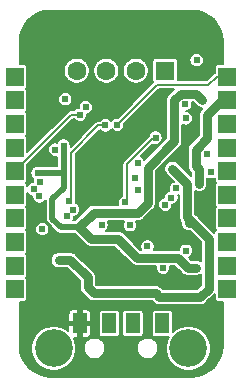
<source format=gbr>
G04 #@! TF.GenerationSoftware,KiCad,Pcbnew,(5.1.5)-2*
G04 #@! TF.CreationDate,2020-02-06T19:09:09-08:00*
G04 #@! TF.ProjectId,USB2RoMeLa_Boosted,55534232-526f-44d6-954c-615f426f6f73,rev?*
G04 #@! TF.SameCoordinates,Original*
G04 #@! TF.FileFunction,Copper,L3,Inr*
G04 #@! TF.FilePolarity,Positive*
%FSLAX46Y46*%
G04 Gerber Fmt 4.6, Leading zero omitted, Abs format (unit mm)*
G04 Created by KiCad (PCBNEW (5.1.5)-2) date 2020-02-06 19:09:09*
%MOMM*%
%LPD*%
G04 APERTURE LIST*
%ADD10C,1.600000*%
%ADD11R,1.600000X1.600000*%
%ADD12C,3.200000*%
%ADD13R,1.200000X1.700000*%
%ADD14R,1.524000X1.524000*%
%ADD15C,0.609600*%
%ADD16C,0.762000*%
%ADD17C,0.508000*%
%ADD18C,0.152400*%
%ADD19C,0.203200*%
G04 APERTURE END LIST*
D10*
X136250000Y-66500000D03*
X138750000Y-66500000D03*
X141250000Y-66500000D03*
D11*
X143750000Y-66500000D03*
D12*
X145700000Y-90000000D03*
X134300000Y-90000000D03*
D13*
X143500000Y-87900000D03*
X141000000Y-87900000D03*
X139000000Y-87900000D03*
X136500000Y-87900000D03*
D14*
X131000000Y-67000000D03*
X131000000Y-69000000D03*
X131000000Y-71000000D03*
X131000000Y-73000000D03*
X131000000Y-75000000D03*
X131000000Y-77000000D03*
X131000000Y-79000000D03*
X131000000Y-81000000D03*
X131000000Y-83000000D03*
X131000000Y-85000000D03*
X149000000Y-67000000D03*
X149000000Y-69000000D03*
X149000000Y-71000000D03*
X149000000Y-73000000D03*
X149000000Y-75000000D03*
X149000000Y-77000000D03*
X149000000Y-79000000D03*
X149000000Y-81000000D03*
X149000000Y-83000000D03*
X149000000Y-85000000D03*
D15*
X137142500Y-76167500D03*
X137142500Y-74861600D03*
X138882400Y-74861600D03*
X138867500Y-76167500D03*
X142476500Y-80411500D03*
X143708400Y-80449600D03*
X144551200Y-61983800D03*
X145186200Y-62618800D03*
X143916200Y-62618800D03*
X146604000Y-63774500D03*
X144000500Y-79141500D03*
X136761500Y-82062500D03*
X138069600Y-84488200D03*
X146073194Y-80773194D03*
X132761000Y-64346000D03*
X134208800Y-67343200D03*
X143683000Y-76157000D03*
X139009400Y-86317000D03*
X144902194Y-84742200D03*
X146350000Y-84767600D03*
X141295400Y-83726200D03*
X139669800Y-81922800D03*
X134183400Y-84132600D03*
X135707400Y-84462800D03*
X146547990Y-77998624D03*
X146451600Y-71813600D03*
X133299200Y-71170800D03*
X142946400Y-85351800D03*
X144343400Y-74810800D03*
X134742200Y-82532408D03*
X137180600Y-84005600D03*
X145740400Y-79382800D03*
X145500000Y-81750000D03*
X146604000Y-76080800D03*
X143556000Y-83167400D03*
X146400000Y-65600000D03*
X145435600Y-69324400D03*
X145465800Y-70535800D03*
X144648200Y-76461800D03*
X138349000Y-79560600D03*
X144254500Y-77236500D03*
X143733800Y-77833400D03*
X142235836Y-81379854D03*
X140762000Y-79586000D03*
X141422400Y-76614200D03*
X133324600Y-79908400D03*
X141422400Y-74277400D03*
X134416800Y-73177400D03*
X132938800Y-75166400D03*
X146324600Y-83192800D03*
X141448771Y-78532971D03*
X146858000Y-68968800D03*
X135128000Y-72847200D03*
X147594596Y-75090200D03*
X147315200Y-73540800D03*
X141193800Y-75623600D03*
X136525000Y-70231000D03*
X135432800Y-78841600D03*
X133116600Y-75928400D03*
X137007600Y-69596000D03*
X135275600Y-68918000D03*
X132608600Y-76538000D03*
X138679200Y-71127800D03*
X135585200Y-77520800D03*
X135936000Y-78252500D03*
X142921000Y-72169200D03*
X140355600Y-77647800D03*
X139670450Y-71077390D03*
X133091200Y-77147600D03*
D16*
X144343400Y-74810800D02*
X145588000Y-76055400D01*
X145588000Y-76055400D02*
X145588000Y-78900948D01*
X145689600Y-79002548D02*
X145588000Y-78900948D01*
X145689600Y-79002548D02*
X146120652Y-79433600D01*
X146701538Y-85656600D02*
X143251199Y-85656599D01*
X147416800Y-84941338D02*
X146701538Y-85656600D01*
X143251199Y-85656599D02*
X142946400Y-85351800D01*
X146120652Y-79433600D02*
X147416800Y-80729748D01*
X147416800Y-80729748D02*
X147416800Y-84941338D01*
X137692662Y-85351800D02*
X137180600Y-84839738D01*
X137180600Y-84436652D02*
X137180600Y-84005600D01*
X137180600Y-84839738D02*
X137180600Y-84436652D01*
X142946400Y-85351800D02*
X137692662Y-85351800D01*
X135707408Y-82532408D02*
X137180600Y-84005600D01*
X134742200Y-82532408D02*
X135707408Y-82532408D01*
X146120652Y-79433600D02*
X145740400Y-79382800D01*
X145740400Y-79382800D02*
X145689600Y-79002548D01*
X146324600Y-73185200D02*
X146324600Y-74531400D01*
X147289800Y-72220000D02*
X146324600Y-73185200D01*
X146604000Y-74810800D02*
X146604000Y-76080800D01*
X147289800Y-70226078D02*
X147289800Y-72220000D01*
X149000000Y-69000000D02*
X148515878Y-69000000D01*
X148515878Y-69000000D02*
X147289800Y-70226078D01*
X146324600Y-74531400D02*
X146604000Y-74810800D01*
D17*
X134894600Y-79738400D02*
X136469400Y-79738400D01*
X134170701Y-79014501D02*
X134894600Y-79738400D01*
X135148599Y-76411001D02*
X134170701Y-77388899D01*
X134170701Y-77388899D02*
X134170701Y-79014501D01*
X132938800Y-75166400D02*
X133369852Y-75166400D01*
X133369852Y-75166400D02*
X135148600Y-75166400D01*
X135148600Y-75166400D02*
X135148599Y-76411001D01*
D16*
X145893548Y-83192800D02*
X146324600Y-83192800D01*
X145655146Y-83192800D02*
X145893548Y-83192800D01*
X137460000Y-80729000D02*
X139720600Y-80729000D01*
X141320799Y-82329199D02*
X144791545Y-82329199D01*
X139720600Y-80729000D02*
X141320799Y-82329199D01*
X136469400Y-79738400D02*
X137460000Y-80729000D01*
X144791545Y-82329199D02*
X145655146Y-83192800D01*
X136469400Y-79738400D02*
X137674829Y-78532971D01*
X137674829Y-78532971D02*
X141448771Y-78532971D01*
X142260601Y-77721141D02*
X142260601Y-74706199D01*
X141448771Y-78532971D02*
X142260601Y-77721141D01*
X142260601Y-74706199D02*
X144500600Y-72466200D01*
X146553201Y-68664001D02*
X146858000Y-68968800D01*
X145033263Y-68486199D02*
X146375399Y-68486199D01*
X144500600Y-69018862D02*
X145033263Y-68486199D01*
X146375399Y-68486199D02*
X146553201Y-68664001D01*
X144500600Y-72466200D02*
X144500600Y-69018862D01*
D17*
X135128000Y-72847200D02*
X135148599Y-72905799D01*
X135148599Y-72905799D02*
X135148600Y-75166400D01*
D18*
X135769000Y-70231000D02*
X136525000Y-70231000D01*
X131000000Y-75000000D02*
X135769000Y-70231000D01*
X135763000Y-73431400D02*
X138066600Y-71127800D01*
X138066600Y-71127800D02*
X138679200Y-71127800D01*
X135585200Y-77520800D02*
X135763000Y-77244400D01*
X135763000Y-77244400D02*
X135763000Y-73431400D01*
X142740200Y-72169200D02*
X142921000Y-72169200D01*
X140487400Y-74422000D02*
X142740200Y-72169200D01*
X140355600Y-77647800D02*
X140487400Y-77516000D01*
X140487400Y-77516000D02*
X140487400Y-74422000D01*
X139670450Y-71077390D02*
X143053641Y-67694199D01*
X143053641Y-67694199D02*
X147391401Y-67694199D01*
X147391401Y-67694199D02*
X148085600Y-67000000D01*
X148085600Y-67000000D02*
X149000000Y-67000000D01*
D19*
G36*
X132068379Y-76826754D02*
G01*
X132135092Y-76926598D01*
X132220002Y-77011508D01*
X132319846Y-77078221D01*
X132430786Y-77124174D01*
X132481600Y-77134281D01*
X132481600Y-77207640D01*
X132505026Y-77325414D01*
X132550979Y-77436354D01*
X132617692Y-77536198D01*
X132702602Y-77621108D01*
X132802446Y-77687821D01*
X132913386Y-77733774D01*
X133031160Y-77757200D01*
X133151240Y-77757200D01*
X133269014Y-77733774D01*
X133379954Y-77687821D01*
X133479798Y-77621108D01*
X133564708Y-77536198D01*
X133611901Y-77465568D01*
X133611902Y-78987049D01*
X133609198Y-79014501D01*
X133619988Y-79124045D01*
X133651940Y-79229378D01*
X133697764Y-79315108D01*
X133703829Y-79326455D01*
X133773659Y-79411544D01*
X133794977Y-79429039D01*
X134480062Y-80114124D01*
X134497557Y-80135443D01*
X134523541Y-80156767D01*
X134582645Y-80205273D01*
X134679722Y-80257161D01*
X134785055Y-80289114D01*
X134894600Y-80299903D01*
X134922044Y-80297200D01*
X136058333Y-80297200D01*
X136951244Y-81190112D01*
X136972720Y-81216280D01*
X136998885Y-81237753D01*
X136998887Y-81237755D01*
X137003207Y-81241300D01*
X137077147Y-81301981D01*
X137132604Y-81331623D01*
X137196285Y-81365662D01*
X137235500Y-81377557D01*
X137325560Y-81404877D01*
X137426311Y-81414800D01*
X137426314Y-81414800D01*
X137460000Y-81418118D01*
X137493686Y-81414800D01*
X139436533Y-81414800D01*
X140812043Y-82790311D01*
X140833519Y-82816479D01*
X140937946Y-82902180D01*
X141057085Y-82965861D01*
X141186359Y-83005076D01*
X141287110Y-83014999D01*
X141287119Y-83014999D01*
X141320798Y-83018316D01*
X141354477Y-83014999D01*
X142964771Y-83014999D01*
X142946400Y-83107360D01*
X142946400Y-83227440D01*
X142969826Y-83345214D01*
X143015779Y-83456154D01*
X143082492Y-83555998D01*
X143167402Y-83640908D01*
X143267246Y-83707621D01*
X143378186Y-83753574D01*
X143495960Y-83777000D01*
X143616040Y-83777000D01*
X143733814Y-83753574D01*
X143844754Y-83707621D01*
X143944598Y-83640908D01*
X144029508Y-83555998D01*
X144096221Y-83456154D01*
X144142174Y-83345214D01*
X144165600Y-83227440D01*
X144165600Y-83107360D01*
X144147229Y-83014999D01*
X144507478Y-83014999D01*
X145146392Y-83653914D01*
X145167866Y-83680080D01*
X145194031Y-83701553D01*
X145194033Y-83701555D01*
X145232375Y-83733021D01*
X145272293Y-83765781D01*
X145391432Y-83829462D01*
X145520706Y-83868677D01*
X145621457Y-83878600D01*
X145621466Y-83878600D01*
X145655145Y-83881917D01*
X145688824Y-83878600D01*
X146358289Y-83878600D01*
X146459040Y-83868677D01*
X146588314Y-83829462D01*
X146707453Y-83765781D01*
X146731001Y-83746456D01*
X146731001Y-84657269D01*
X146417470Y-84970801D01*
X143535266Y-84970799D01*
X143455158Y-84890691D01*
X143433680Y-84864520D01*
X143329253Y-84778819D01*
X143210114Y-84715138D01*
X143080840Y-84675923D01*
X142980089Y-84666000D01*
X142980079Y-84666000D01*
X142946400Y-84662683D01*
X142912721Y-84666000D01*
X137976730Y-84666000D01*
X137866400Y-84555671D01*
X137866400Y-84039278D01*
X137869717Y-84005599D01*
X137866400Y-83971920D01*
X137866400Y-83971912D01*
X137856477Y-83871160D01*
X137817262Y-83741886D01*
X137753581Y-83622747D01*
X137667880Y-83518320D01*
X137641715Y-83496847D01*
X136216166Y-82071299D01*
X136194688Y-82045128D01*
X136090261Y-81959427D01*
X135971122Y-81895746D01*
X135841848Y-81856531D01*
X135741097Y-81846608D01*
X135741087Y-81846608D01*
X135707408Y-81843291D01*
X135673729Y-81846608D01*
X134708511Y-81846608D01*
X134607760Y-81856531D01*
X134478486Y-81895746D01*
X134359347Y-81959427D01*
X134254920Y-82045128D01*
X134169219Y-82149555D01*
X134105538Y-82268694D01*
X134066323Y-82397968D01*
X134053082Y-82532408D01*
X134066323Y-82666848D01*
X134105538Y-82796122D01*
X134169219Y-82915261D01*
X134254920Y-83019688D01*
X134359347Y-83105389D01*
X134478486Y-83169070D01*
X134607760Y-83208285D01*
X134708511Y-83218208D01*
X135423341Y-83218208D01*
X136494800Y-84289668D01*
X136494800Y-84806059D01*
X136491483Y-84839738D01*
X136494800Y-84873417D01*
X136494800Y-84873426D01*
X136504723Y-84974177D01*
X136543938Y-85103451D01*
X136604823Y-85217359D01*
X136607620Y-85222591D01*
X136649602Y-85273746D01*
X136693320Y-85327017D01*
X136719486Y-85348491D01*
X137183906Y-85812912D01*
X137205382Y-85839080D01*
X137231547Y-85860553D01*
X137231549Y-85860555D01*
X137269891Y-85892021D01*
X137309809Y-85924781D01*
X137428948Y-85988462D01*
X137558222Y-86027677D01*
X137658973Y-86037600D01*
X137658982Y-86037600D01*
X137692661Y-86040917D01*
X137726340Y-86037600D01*
X142662333Y-86037600D01*
X142742446Y-86117713D01*
X142763919Y-86143878D01*
X142790084Y-86165351D01*
X142790087Y-86165354D01*
X142868346Y-86229579D01*
X142987485Y-86293261D01*
X143116758Y-86332475D01*
X143251199Y-86345717D01*
X143284895Y-86342398D01*
X146667859Y-86342400D01*
X146701538Y-86345717D01*
X146735217Y-86342400D01*
X146735226Y-86342400D01*
X146835977Y-86332477D01*
X146965251Y-86293262D01*
X147084390Y-86229581D01*
X147188817Y-86143880D01*
X147210290Y-86117715D01*
X147877914Y-85450092D01*
X147904080Y-85428618D01*
X147931726Y-85394931D01*
X147931726Y-85762000D01*
X147937611Y-85821751D01*
X147955040Y-85879206D01*
X147983342Y-85932157D01*
X148021432Y-85978568D01*
X148067843Y-86016658D01*
X148120794Y-86044960D01*
X148178249Y-86062389D01*
X148238000Y-86068274D01*
X148595201Y-86068274D01*
X148595201Y-89780193D01*
X148543870Y-90303700D01*
X148397587Y-90788215D01*
X148159981Y-91235087D01*
X147840101Y-91627299D01*
X147450132Y-91949910D01*
X147004931Y-92190628D01*
X146521443Y-92340293D01*
X145999039Y-92395200D01*
X134019797Y-92395200D01*
X133496300Y-92343870D01*
X133011785Y-92197587D01*
X132564913Y-91959981D01*
X132172701Y-91640101D01*
X131850090Y-91250132D01*
X131609372Y-90804931D01*
X131459707Y-90321443D01*
X131406204Y-89812394D01*
X132395200Y-89812394D01*
X132395200Y-90187606D01*
X132468400Y-90555610D01*
X132611988Y-90902261D01*
X132820445Y-91214240D01*
X133085760Y-91479555D01*
X133397739Y-91688012D01*
X133744390Y-91831600D01*
X134112394Y-91904800D01*
X134487606Y-91904800D01*
X134855610Y-91831600D01*
X135202261Y-91688012D01*
X135514240Y-91479555D01*
X135779555Y-91214240D01*
X135988012Y-90902261D01*
X136131600Y-90555610D01*
X136204800Y-90187606D01*
X136204800Y-89910885D01*
X136845200Y-89910885D01*
X136845200Y-90089115D01*
X136879971Y-90263920D01*
X136948177Y-90428584D01*
X137047196Y-90576776D01*
X137173224Y-90702804D01*
X137321416Y-90801823D01*
X137486080Y-90870029D01*
X137660885Y-90904800D01*
X137839115Y-90904800D01*
X138013920Y-90870029D01*
X138178584Y-90801823D01*
X138326776Y-90702804D01*
X138452804Y-90576776D01*
X138551823Y-90428584D01*
X138620029Y-90263920D01*
X138654800Y-90089115D01*
X138654800Y-89910885D01*
X141345200Y-89910885D01*
X141345200Y-90089115D01*
X141379971Y-90263920D01*
X141448177Y-90428584D01*
X141547196Y-90576776D01*
X141673224Y-90702804D01*
X141821416Y-90801823D01*
X141986080Y-90870029D01*
X142160885Y-90904800D01*
X142339115Y-90904800D01*
X142513920Y-90870029D01*
X142678584Y-90801823D01*
X142826776Y-90702804D01*
X142952804Y-90576776D01*
X143051823Y-90428584D01*
X143120029Y-90263920D01*
X143154800Y-90089115D01*
X143154800Y-89910885D01*
X143120029Y-89736080D01*
X143051823Y-89571416D01*
X142952804Y-89423224D01*
X142826776Y-89297196D01*
X142678584Y-89198177D01*
X142513920Y-89129971D01*
X142339115Y-89095200D01*
X142160885Y-89095200D01*
X141986080Y-89129971D01*
X141821416Y-89198177D01*
X141673224Y-89297196D01*
X141547196Y-89423224D01*
X141448177Y-89571416D01*
X141379971Y-89736080D01*
X141345200Y-89910885D01*
X138654800Y-89910885D01*
X138620029Y-89736080D01*
X138551823Y-89571416D01*
X138452804Y-89423224D01*
X138326776Y-89297196D01*
X138178584Y-89198177D01*
X138013920Y-89129971D01*
X137839115Y-89095200D01*
X137660885Y-89095200D01*
X137486080Y-89129971D01*
X137321416Y-89198177D01*
X137173224Y-89297196D01*
X137047196Y-89423224D01*
X136948177Y-89571416D01*
X136879971Y-89736080D01*
X136845200Y-89910885D01*
X136204800Y-89910885D01*
X136204800Y-89812394D01*
X136131600Y-89444390D01*
X135991799Y-89106881D01*
X136258700Y-89105600D01*
X136347600Y-89016700D01*
X136347600Y-88052400D01*
X136652400Y-88052400D01*
X136652400Y-89016700D01*
X136741300Y-89105600D01*
X137100000Y-89107321D01*
X137169710Y-89100455D01*
X137236741Y-89080122D01*
X137298517Y-89047102D01*
X137352664Y-89002664D01*
X137397102Y-88948517D01*
X137430122Y-88886741D01*
X137450455Y-88819710D01*
X137457321Y-88750000D01*
X137455600Y-88141300D01*
X137366700Y-88052400D01*
X136652400Y-88052400D01*
X136347600Y-88052400D01*
X135633300Y-88052400D01*
X135544400Y-88141300D01*
X135543246Y-88549451D01*
X135514240Y-88520445D01*
X135202261Y-88311988D01*
X134855610Y-88168400D01*
X134487606Y-88095200D01*
X134112394Y-88095200D01*
X133744390Y-88168400D01*
X133397739Y-88311988D01*
X133085760Y-88520445D01*
X132820445Y-88785760D01*
X132611988Y-89097739D01*
X132468400Y-89444390D01*
X132395200Y-89812394D01*
X131406204Y-89812394D01*
X131404800Y-89799039D01*
X131404800Y-87050000D01*
X135542679Y-87050000D01*
X135544400Y-87658700D01*
X135633300Y-87747600D01*
X136347600Y-87747600D01*
X136347600Y-86783300D01*
X136652400Y-86783300D01*
X136652400Y-87747600D01*
X137366700Y-87747600D01*
X137455600Y-87658700D01*
X137457321Y-87050000D01*
X138093726Y-87050000D01*
X138093726Y-88750000D01*
X138099611Y-88809751D01*
X138117040Y-88867206D01*
X138145342Y-88920157D01*
X138183432Y-88966568D01*
X138229843Y-89004658D01*
X138282794Y-89032960D01*
X138340249Y-89050389D01*
X138400000Y-89056274D01*
X139600000Y-89056274D01*
X139659751Y-89050389D01*
X139717206Y-89032960D01*
X139770157Y-89004658D01*
X139816568Y-88966568D01*
X139854658Y-88920157D01*
X139882960Y-88867206D01*
X139900389Y-88809751D01*
X139906274Y-88750000D01*
X139906274Y-87050000D01*
X140093726Y-87050000D01*
X140093726Y-88750000D01*
X140099611Y-88809751D01*
X140117040Y-88867206D01*
X140145342Y-88920157D01*
X140183432Y-88966568D01*
X140229843Y-89004658D01*
X140282794Y-89032960D01*
X140340249Y-89050389D01*
X140400000Y-89056274D01*
X141600000Y-89056274D01*
X141659751Y-89050389D01*
X141717206Y-89032960D01*
X141770157Y-89004658D01*
X141816568Y-88966568D01*
X141854658Y-88920157D01*
X141882960Y-88867206D01*
X141900389Y-88809751D01*
X141906274Y-88750000D01*
X141906274Y-87050000D01*
X142593726Y-87050000D01*
X142593726Y-88750000D01*
X142599611Y-88809751D01*
X142617040Y-88867206D01*
X142645342Y-88920157D01*
X142683432Y-88966568D01*
X142729843Y-89004658D01*
X142782794Y-89032960D01*
X142840249Y-89050389D01*
X142900000Y-89056274D01*
X144039694Y-89056274D01*
X144011988Y-89097739D01*
X143868400Y-89444390D01*
X143795200Y-89812394D01*
X143795200Y-90187606D01*
X143868400Y-90555610D01*
X144011988Y-90902261D01*
X144220445Y-91214240D01*
X144485760Y-91479555D01*
X144797739Y-91688012D01*
X145144390Y-91831600D01*
X145512394Y-91904800D01*
X145887606Y-91904800D01*
X146255610Y-91831600D01*
X146602261Y-91688012D01*
X146914240Y-91479555D01*
X147179555Y-91214240D01*
X147388012Y-90902261D01*
X147531600Y-90555610D01*
X147604800Y-90187606D01*
X147604800Y-89812394D01*
X147531600Y-89444390D01*
X147388012Y-89097739D01*
X147179555Y-88785760D01*
X146914240Y-88520445D01*
X146602261Y-88311988D01*
X146255610Y-88168400D01*
X145887606Y-88095200D01*
X145512394Y-88095200D01*
X145144390Y-88168400D01*
X144797739Y-88311988D01*
X144485760Y-88520445D01*
X144406274Y-88599931D01*
X144406274Y-87050000D01*
X144400389Y-86990249D01*
X144382960Y-86932794D01*
X144354658Y-86879843D01*
X144316568Y-86833432D01*
X144270157Y-86795342D01*
X144217206Y-86767040D01*
X144159751Y-86749611D01*
X144100000Y-86743726D01*
X142900000Y-86743726D01*
X142840249Y-86749611D01*
X142782794Y-86767040D01*
X142729843Y-86795342D01*
X142683432Y-86833432D01*
X142645342Y-86879843D01*
X142617040Y-86932794D01*
X142599611Y-86990249D01*
X142593726Y-87050000D01*
X141906274Y-87050000D01*
X141900389Y-86990249D01*
X141882960Y-86932794D01*
X141854658Y-86879843D01*
X141816568Y-86833432D01*
X141770157Y-86795342D01*
X141717206Y-86767040D01*
X141659751Y-86749611D01*
X141600000Y-86743726D01*
X140400000Y-86743726D01*
X140340249Y-86749611D01*
X140282794Y-86767040D01*
X140229843Y-86795342D01*
X140183432Y-86833432D01*
X140145342Y-86879843D01*
X140117040Y-86932794D01*
X140099611Y-86990249D01*
X140093726Y-87050000D01*
X139906274Y-87050000D01*
X139900389Y-86990249D01*
X139882960Y-86932794D01*
X139854658Y-86879843D01*
X139816568Y-86833432D01*
X139770157Y-86795342D01*
X139717206Y-86767040D01*
X139659751Y-86749611D01*
X139600000Y-86743726D01*
X138400000Y-86743726D01*
X138340249Y-86749611D01*
X138282794Y-86767040D01*
X138229843Y-86795342D01*
X138183432Y-86833432D01*
X138145342Y-86879843D01*
X138117040Y-86932794D01*
X138099611Y-86990249D01*
X138093726Y-87050000D01*
X137457321Y-87050000D01*
X137450455Y-86980290D01*
X137430122Y-86913259D01*
X137397102Y-86851483D01*
X137352664Y-86797336D01*
X137298517Y-86752898D01*
X137236741Y-86719878D01*
X137169710Y-86699545D01*
X137100000Y-86692679D01*
X136741300Y-86694400D01*
X136652400Y-86783300D01*
X136347600Y-86783300D01*
X136258700Y-86694400D01*
X135900000Y-86692679D01*
X135830290Y-86699545D01*
X135763259Y-86719878D01*
X135701483Y-86752898D01*
X135647336Y-86797336D01*
X135602898Y-86851483D01*
X135569878Y-86913259D01*
X135549545Y-86980290D01*
X135542679Y-87050000D01*
X131404800Y-87050000D01*
X131404800Y-86068274D01*
X131762000Y-86068274D01*
X131821751Y-86062389D01*
X131879206Y-86044960D01*
X131932157Y-86016658D01*
X131978568Y-85978568D01*
X132016658Y-85932157D01*
X132044960Y-85879206D01*
X132062389Y-85821751D01*
X132068274Y-85762000D01*
X132068274Y-84238000D01*
X132062389Y-84178249D01*
X132044960Y-84120794D01*
X132016658Y-84067843D01*
X131978568Y-84021432D01*
X131952454Y-84000000D01*
X131978568Y-83978568D01*
X132016658Y-83932157D01*
X132044960Y-83879206D01*
X132062389Y-83821751D01*
X132068274Y-83762000D01*
X132068274Y-82238000D01*
X132062389Y-82178249D01*
X132044960Y-82120794D01*
X132016658Y-82067843D01*
X131978568Y-82021432D01*
X131952454Y-82000000D01*
X131978568Y-81978568D01*
X132016658Y-81932157D01*
X132044960Y-81879206D01*
X132062389Y-81821751D01*
X132068274Y-81762000D01*
X132068274Y-80238000D01*
X132062389Y-80178249D01*
X132044960Y-80120794D01*
X132016658Y-80067843D01*
X131978568Y-80021432D01*
X131952454Y-80000000D01*
X131978568Y-79978568D01*
X132016658Y-79932157D01*
X132044960Y-79879206D01*
X132054317Y-79848360D01*
X132715000Y-79848360D01*
X132715000Y-79968440D01*
X132738426Y-80086214D01*
X132784379Y-80197154D01*
X132851092Y-80296998D01*
X132936002Y-80381908D01*
X133035846Y-80448621D01*
X133146786Y-80494574D01*
X133264560Y-80518000D01*
X133384640Y-80518000D01*
X133502414Y-80494574D01*
X133613354Y-80448621D01*
X133713198Y-80381908D01*
X133798108Y-80296998D01*
X133864821Y-80197154D01*
X133910774Y-80086214D01*
X133934200Y-79968440D01*
X133934200Y-79848360D01*
X133910774Y-79730586D01*
X133864821Y-79619646D01*
X133798108Y-79519802D01*
X133713198Y-79434892D01*
X133613354Y-79368179D01*
X133502414Y-79322226D01*
X133384640Y-79298800D01*
X133264560Y-79298800D01*
X133146786Y-79322226D01*
X133035846Y-79368179D01*
X132936002Y-79434892D01*
X132851092Y-79519802D01*
X132784379Y-79619646D01*
X132738426Y-79730586D01*
X132715000Y-79848360D01*
X132054317Y-79848360D01*
X132062389Y-79821751D01*
X132068274Y-79762000D01*
X132068274Y-78238000D01*
X132062389Y-78178249D01*
X132044960Y-78120794D01*
X132016658Y-78067843D01*
X131978568Y-78021432D01*
X131952454Y-78000000D01*
X131978568Y-77978568D01*
X132016658Y-77932157D01*
X132044960Y-77879206D01*
X132062389Y-77821751D01*
X132068274Y-77762000D01*
X132068274Y-76826501D01*
X132068379Y-76826754D01*
G37*
X132068379Y-76826754D02*
X132135092Y-76926598D01*
X132220002Y-77011508D01*
X132319846Y-77078221D01*
X132430786Y-77124174D01*
X132481600Y-77134281D01*
X132481600Y-77207640D01*
X132505026Y-77325414D01*
X132550979Y-77436354D01*
X132617692Y-77536198D01*
X132702602Y-77621108D01*
X132802446Y-77687821D01*
X132913386Y-77733774D01*
X133031160Y-77757200D01*
X133151240Y-77757200D01*
X133269014Y-77733774D01*
X133379954Y-77687821D01*
X133479798Y-77621108D01*
X133564708Y-77536198D01*
X133611901Y-77465568D01*
X133611902Y-78987049D01*
X133609198Y-79014501D01*
X133619988Y-79124045D01*
X133651940Y-79229378D01*
X133697764Y-79315108D01*
X133703829Y-79326455D01*
X133773659Y-79411544D01*
X133794977Y-79429039D01*
X134480062Y-80114124D01*
X134497557Y-80135443D01*
X134523541Y-80156767D01*
X134582645Y-80205273D01*
X134679722Y-80257161D01*
X134785055Y-80289114D01*
X134894600Y-80299903D01*
X134922044Y-80297200D01*
X136058333Y-80297200D01*
X136951244Y-81190112D01*
X136972720Y-81216280D01*
X136998885Y-81237753D01*
X136998887Y-81237755D01*
X137003207Y-81241300D01*
X137077147Y-81301981D01*
X137132604Y-81331623D01*
X137196285Y-81365662D01*
X137235500Y-81377557D01*
X137325560Y-81404877D01*
X137426311Y-81414800D01*
X137426314Y-81414800D01*
X137460000Y-81418118D01*
X137493686Y-81414800D01*
X139436533Y-81414800D01*
X140812043Y-82790311D01*
X140833519Y-82816479D01*
X140937946Y-82902180D01*
X141057085Y-82965861D01*
X141186359Y-83005076D01*
X141287110Y-83014999D01*
X141287119Y-83014999D01*
X141320798Y-83018316D01*
X141354477Y-83014999D01*
X142964771Y-83014999D01*
X142946400Y-83107360D01*
X142946400Y-83227440D01*
X142969826Y-83345214D01*
X143015779Y-83456154D01*
X143082492Y-83555998D01*
X143167402Y-83640908D01*
X143267246Y-83707621D01*
X143378186Y-83753574D01*
X143495960Y-83777000D01*
X143616040Y-83777000D01*
X143733814Y-83753574D01*
X143844754Y-83707621D01*
X143944598Y-83640908D01*
X144029508Y-83555998D01*
X144096221Y-83456154D01*
X144142174Y-83345214D01*
X144165600Y-83227440D01*
X144165600Y-83107360D01*
X144147229Y-83014999D01*
X144507478Y-83014999D01*
X145146392Y-83653914D01*
X145167866Y-83680080D01*
X145194031Y-83701553D01*
X145194033Y-83701555D01*
X145232375Y-83733021D01*
X145272293Y-83765781D01*
X145391432Y-83829462D01*
X145520706Y-83868677D01*
X145621457Y-83878600D01*
X145621466Y-83878600D01*
X145655145Y-83881917D01*
X145688824Y-83878600D01*
X146358289Y-83878600D01*
X146459040Y-83868677D01*
X146588314Y-83829462D01*
X146707453Y-83765781D01*
X146731001Y-83746456D01*
X146731001Y-84657269D01*
X146417470Y-84970801D01*
X143535266Y-84970799D01*
X143455158Y-84890691D01*
X143433680Y-84864520D01*
X143329253Y-84778819D01*
X143210114Y-84715138D01*
X143080840Y-84675923D01*
X142980089Y-84666000D01*
X142980079Y-84666000D01*
X142946400Y-84662683D01*
X142912721Y-84666000D01*
X137976730Y-84666000D01*
X137866400Y-84555671D01*
X137866400Y-84039278D01*
X137869717Y-84005599D01*
X137866400Y-83971920D01*
X137866400Y-83971912D01*
X137856477Y-83871160D01*
X137817262Y-83741886D01*
X137753581Y-83622747D01*
X137667880Y-83518320D01*
X137641715Y-83496847D01*
X136216166Y-82071299D01*
X136194688Y-82045128D01*
X136090261Y-81959427D01*
X135971122Y-81895746D01*
X135841848Y-81856531D01*
X135741097Y-81846608D01*
X135741087Y-81846608D01*
X135707408Y-81843291D01*
X135673729Y-81846608D01*
X134708511Y-81846608D01*
X134607760Y-81856531D01*
X134478486Y-81895746D01*
X134359347Y-81959427D01*
X134254920Y-82045128D01*
X134169219Y-82149555D01*
X134105538Y-82268694D01*
X134066323Y-82397968D01*
X134053082Y-82532408D01*
X134066323Y-82666848D01*
X134105538Y-82796122D01*
X134169219Y-82915261D01*
X134254920Y-83019688D01*
X134359347Y-83105389D01*
X134478486Y-83169070D01*
X134607760Y-83208285D01*
X134708511Y-83218208D01*
X135423341Y-83218208D01*
X136494800Y-84289668D01*
X136494800Y-84806059D01*
X136491483Y-84839738D01*
X136494800Y-84873417D01*
X136494800Y-84873426D01*
X136504723Y-84974177D01*
X136543938Y-85103451D01*
X136604823Y-85217359D01*
X136607620Y-85222591D01*
X136649602Y-85273746D01*
X136693320Y-85327017D01*
X136719486Y-85348491D01*
X137183906Y-85812912D01*
X137205382Y-85839080D01*
X137231547Y-85860553D01*
X137231549Y-85860555D01*
X137269891Y-85892021D01*
X137309809Y-85924781D01*
X137428948Y-85988462D01*
X137558222Y-86027677D01*
X137658973Y-86037600D01*
X137658982Y-86037600D01*
X137692661Y-86040917D01*
X137726340Y-86037600D01*
X142662333Y-86037600D01*
X142742446Y-86117713D01*
X142763919Y-86143878D01*
X142790084Y-86165351D01*
X142790087Y-86165354D01*
X142868346Y-86229579D01*
X142987485Y-86293261D01*
X143116758Y-86332475D01*
X143251199Y-86345717D01*
X143284895Y-86342398D01*
X146667859Y-86342400D01*
X146701538Y-86345717D01*
X146735217Y-86342400D01*
X146735226Y-86342400D01*
X146835977Y-86332477D01*
X146965251Y-86293262D01*
X147084390Y-86229581D01*
X147188817Y-86143880D01*
X147210290Y-86117715D01*
X147877914Y-85450092D01*
X147904080Y-85428618D01*
X147931726Y-85394931D01*
X147931726Y-85762000D01*
X147937611Y-85821751D01*
X147955040Y-85879206D01*
X147983342Y-85932157D01*
X148021432Y-85978568D01*
X148067843Y-86016658D01*
X148120794Y-86044960D01*
X148178249Y-86062389D01*
X148238000Y-86068274D01*
X148595201Y-86068274D01*
X148595201Y-89780193D01*
X148543870Y-90303700D01*
X148397587Y-90788215D01*
X148159981Y-91235087D01*
X147840101Y-91627299D01*
X147450132Y-91949910D01*
X147004931Y-92190628D01*
X146521443Y-92340293D01*
X145999039Y-92395200D01*
X134019797Y-92395200D01*
X133496300Y-92343870D01*
X133011785Y-92197587D01*
X132564913Y-91959981D01*
X132172701Y-91640101D01*
X131850090Y-91250132D01*
X131609372Y-90804931D01*
X131459707Y-90321443D01*
X131406204Y-89812394D01*
X132395200Y-89812394D01*
X132395200Y-90187606D01*
X132468400Y-90555610D01*
X132611988Y-90902261D01*
X132820445Y-91214240D01*
X133085760Y-91479555D01*
X133397739Y-91688012D01*
X133744390Y-91831600D01*
X134112394Y-91904800D01*
X134487606Y-91904800D01*
X134855610Y-91831600D01*
X135202261Y-91688012D01*
X135514240Y-91479555D01*
X135779555Y-91214240D01*
X135988012Y-90902261D01*
X136131600Y-90555610D01*
X136204800Y-90187606D01*
X136204800Y-89910885D01*
X136845200Y-89910885D01*
X136845200Y-90089115D01*
X136879971Y-90263920D01*
X136948177Y-90428584D01*
X137047196Y-90576776D01*
X137173224Y-90702804D01*
X137321416Y-90801823D01*
X137486080Y-90870029D01*
X137660885Y-90904800D01*
X137839115Y-90904800D01*
X138013920Y-90870029D01*
X138178584Y-90801823D01*
X138326776Y-90702804D01*
X138452804Y-90576776D01*
X138551823Y-90428584D01*
X138620029Y-90263920D01*
X138654800Y-90089115D01*
X138654800Y-89910885D01*
X141345200Y-89910885D01*
X141345200Y-90089115D01*
X141379971Y-90263920D01*
X141448177Y-90428584D01*
X141547196Y-90576776D01*
X141673224Y-90702804D01*
X141821416Y-90801823D01*
X141986080Y-90870029D01*
X142160885Y-90904800D01*
X142339115Y-90904800D01*
X142513920Y-90870029D01*
X142678584Y-90801823D01*
X142826776Y-90702804D01*
X142952804Y-90576776D01*
X143051823Y-90428584D01*
X143120029Y-90263920D01*
X143154800Y-90089115D01*
X143154800Y-89910885D01*
X143120029Y-89736080D01*
X143051823Y-89571416D01*
X142952804Y-89423224D01*
X142826776Y-89297196D01*
X142678584Y-89198177D01*
X142513920Y-89129971D01*
X142339115Y-89095200D01*
X142160885Y-89095200D01*
X141986080Y-89129971D01*
X141821416Y-89198177D01*
X141673224Y-89297196D01*
X141547196Y-89423224D01*
X141448177Y-89571416D01*
X141379971Y-89736080D01*
X141345200Y-89910885D01*
X138654800Y-89910885D01*
X138620029Y-89736080D01*
X138551823Y-89571416D01*
X138452804Y-89423224D01*
X138326776Y-89297196D01*
X138178584Y-89198177D01*
X138013920Y-89129971D01*
X137839115Y-89095200D01*
X137660885Y-89095200D01*
X137486080Y-89129971D01*
X137321416Y-89198177D01*
X137173224Y-89297196D01*
X137047196Y-89423224D01*
X136948177Y-89571416D01*
X136879971Y-89736080D01*
X136845200Y-89910885D01*
X136204800Y-89910885D01*
X136204800Y-89812394D01*
X136131600Y-89444390D01*
X135991799Y-89106881D01*
X136258700Y-89105600D01*
X136347600Y-89016700D01*
X136347600Y-88052400D01*
X136652400Y-88052400D01*
X136652400Y-89016700D01*
X136741300Y-89105600D01*
X137100000Y-89107321D01*
X137169710Y-89100455D01*
X137236741Y-89080122D01*
X137298517Y-89047102D01*
X137352664Y-89002664D01*
X137397102Y-88948517D01*
X137430122Y-88886741D01*
X137450455Y-88819710D01*
X137457321Y-88750000D01*
X137455600Y-88141300D01*
X137366700Y-88052400D01*
X136652400Y-88052400D01*
X136347600Y-88052400D01*
X135633300Y-88052400D01*
X135544400Y-88141300D01*
X135543246Y-88549451D01*
X135514240Y-88520445D01*
X135202261Y-88311988D01*
X134855610Y-88168400D01*
X134487606Y-88095200D01*
X134112394Y-88095200D01*
X133744390Y-88168400D01*
X133397739Y-88311988D01*
X133085760Y-88520445D01*
X132820445Y-88785760D01*
X132611988Y-89097739D01*
X132468400Y-89444390D01*
X132395200Y-89812394D01*
X131406204Y-89812394D01*
X131404800Y-89799039D01*
X131404800Y-87050000D01*
X135542679Y-87050000D01*
X135544400Y-87658700D01*
X135633300Y-87747600D01*
X136347600Y-87747600D01*
X136347600Y-86783300D01*
X136652400Y-86783300D01*
X136652400Y-87747600D01*
X137366700Y-87747600D01*
X137455600Y-87658700D01*
X137457321Y-87050000D01*
X138093726Y-87050000D01*
X138093726Y-88750000D01*
X138099611Y-88809751D01*
X138117040Y-88867206D01*
X138145342Y-88920157D01*
X138183432Y-88966568D01*
X138229843Y-89004658D01*
X138282794Y-89032960D01*
X138340249Y-89050389D01*
X138400000Y-89056274D01*
X139600000Y-89056274D01*
X139659751Y-89050389D01*
X139717206Y-89032960D01*
X139770157Y-89004658D01*
X139816568Y-88966568D01*
X139854658Y-88920157D01*
X139882960Y-88867206D01*
X139900389Y-88809751D01*
X139906274Y-88750000D01*
X139906274Y-87050000D01*
X140093726Y-87050000D01*
X140093726Y-88750000D01*
X140099611Y-88809751D01*
X140117040Y-88867206D01*
X140145342Y-88920157D01*
X140183432Y-88966568D01*
X140229843Y-89004658D01*
X140282794Y-89032960D01*
X140340249Y-89050389D01*
X140400000Y-89056274D01*
X141600000Y-89056274D01*
X141659751Y-89050389D01*
X141717206Y-89032960D01*
X141770157Y-89004658D01*
X141816568Y-88966568D01*
X141854658Y-88920157D01*
X141882960Y-88867206D01*
X141900389Y-88809751D01*
X141906274Y-88750000D01*
X141906274Y-87050000D01*
X142593726Y-87050000D01*
X142593726Y-88750000D01*
X142599611Y-88809751D01*
X142617040Y-88867206D01*
X142645342Y-88920157D01*
X142683432Y-88966568D01*
X142729843Y-89004658D01*
X142782794Y-89032960D01*
X142840249Y-89050389D01*
X142900000Y-89056274D01*
X144039694Y-89056274D01*
X144011988Y-89097739D01*
X143868400Y-89444390D01*
X143795200Y-89812394D01*
X143795200Y-90187606D01*
X143868400Y-90555610D01*
X144011988Y-90902261D01*
X144220445Y-91214240D01*
X144485760Y-91479555D01*
X144797739Y-91688012D01*
X145144390Y-91831600D01*
X145512394Y-91904800D01*
X145887606Y-91904800D01*
X146255610Y-91831600D01*
X146602261Y-91688012D01*
X146914240Y-91479555D01*
X147179555Y-91214240D01*
X147388012Y-90902261D01*
X147531600Y-90555610D01*
X147604800Y-90187606D01*
X147604800Y-89812394D01*
X147531600Y-89444390D01*
X147388012Y-89097739D01*
X147179555Y-88785760D01*
X146914240Y-88520445D01*
X146602261Y-88311988D01*
X146255610Y-88168400D01*
X145887606Y-88095200D01*
X145512394Y-88095200D01*
X145144390Y-88168400D01*
X144797739Y-88311988D01*
X144485760Y-88520445D01*
X144406274Y-88599931D01*
X144406274Y-87050000D01*
X144400389Y-86990249D01*
X144382960Y-86932794D01*
X144354658Y-86879843D01*
X144316568Y-86833432D01*
X144270157Y-86795342D01*
X144217206Y-86767040D01*
X144159751Y-86749611D01*
X144100000Y-86743726D01*
X142900000Y-86743726D01*
X142840249Y-86749611D01*
X142782794Y-86767040D01*
X142729843Y-86795342D01*
X142683432Y-86833432D01*
X142645342Y-86879843D01*
X142617040Y-86932794D01*
X142599611Y-86990249D01*
X142593726Y-87050000D01*
X141906274Y-87050000D01*
X141900389Y-86990249D01*
X141882960Y-86932794D01*
X141854658Y-86879843D01*
X141816568Y-86833432D01*
X141770157Y-86795342D01*
X141717206Y-86767040D01*
X141659751Y-86749611D01*
X141600000Y-86743726D01*
X140400000Y-86743726D01*
X140340249Y-86749611D01*
X140282794Y-86767040D01*
X140229843Y-86795342D01*
X140183432Y-86833432D01*
X140145342Y-86879843D01*
X140117040Y-86932794D01*
X140099611Y-86990249D01*
X140093726Y-87050000D01*
X139906274Y-87050000D01*
X139900389Y-86990249D01*
X139882960Y-86932794D01*
X139854658Y-86879843D01*
X139816568Y-86833432D01*
X139770157Y-86795342D01*
X139717206Y-86767040D01*
X139659751Y-86749611D01*
X139600000Y-86743726D01*
X138400000Y-86743726D01*
X138340249Y-86749611D01*
X138282794Y-86767040D01*
X138229843Y-86795342D01*
X138183432Y-86833432D01*
X138145342Y-86879843D01*
X138117040Y-86932794D01*
X138099611Y-86990249D01*
X138093726Y-87050000D01*
X137457321Y-87050000D01*
X137450455Y-86980290D01*
X137430122Y-86913259D01*
X137397102Y-86851483D01*
X137352664Y-86797336D01*
X137298517Y-86752898D01*
X137236741Y-86719878D01*
X137169710Y-86699545D01*
X137100000Y-86692679D01*
X136741300Y-86694400D01*
X136652400Y-86783300D01*
X136347600Y-86783300D01*
X136258700Y-86694400D01*
X135900000Y-86692679D01*
X135830290Y-86699545D01*
X135763259Y-86719878D01*
X135701483Y-86752898D01*
X135647336Y-86797336D01*
X135602898Y-86851483D01*
X135569878Y-86913259D01*
X135549545Y-86980290D01*
X135542679Y-87050000D01*
X131404800Y-87050000D01*
X131404800Y-86068274D01*
X131762000Y-86068274D01*
X131821751Y-86062389D01*
X131879206Y-86044960D01*
X131932157Y-86016658D01*
X131978568Y-85978568D01*
X132016658Y-85932157D01*
X132044960Y-85879206D01*
X132062389Y-85821751D01*
X132068274Y-85762000D01*
X132068274Y-84238000D01*
X132062389Y-84178249D01*
X132044960Y-84120794D01*
X132016658Y-84067843D01*
X131978568Y-84021432D01*
X131952454Y-84000000D01*
X131978568Y-83978568D01*
X132016658Y-83932157D01*
X132044960Y-83879206D01*
X132062389Y-83821751D01*
X132068274Y-83762000D01*
X132068274Y-82238000D01*
X132062389Y-82178249D01*
X132044960Y-82120794D01*
X132016658Y-82067843D01*
X131978568Y-82021432D01*
X131952454Y-82000000D01*
X131978568Y-81978568D01*
X132016658Y-81932157D01*
X132044960Y-81879206D01*
X132062389Y-81821751D01*
X132068274Y-81762000D01*
X132068274Y-80238000D01*
X132062389Y-80178249D01*
X132044960Y-80120794D01*
X132016658Y-80067843D01*
X131978568Y-80021432D01*
X131952454Y-80000000D01*
X131978568Y-79978568D01*
X132016658Y-79932157D01*
X132044960Y-79879206D01*
X132054317Y-79848360D01*
X132715000Y-79848360D01*
X132715000Y-79968440D01*
X132738426Y-80086214D01*
X132784379Y-80197154D01*
X132851092Y-80296998D01*
X132936002Y-80381908D01*
X133035846Y-80448621D01*
X133146786Y-80494574D01*
X133264560Y-80518000D01*
X133384640Y-80518000D01*
X133502414Y-80494574D01*
X133613354Y-80448621D01*
X133713198Y-80381908D01*
X133798108Y-80296998D01*
X133864821Y-80197154D01*
X133910774Y-80086214D01*
X133934200Y-79968440D01*
X133934200Y-79848360D01*
X133910774Y-79730586D01*
X133864821Y-79619646D01*
X133798108Y-79519802D01*
X133713198Y-79434892D01*
X133613354Y-79368179D01*
X133502414Y-79322226D01*
X133384640Y-79298800D01*
X133264560Y-79298800D01*
X133146786Y-79322226D01*
X133035846Y-79368179D01*
X132936002Y-79434892D01*
X132851092Y-79519802D01*
X132784379Y-79619646D01*
X132738426Y-79730586D01*
X132715000Y-79848360D01*
X132054317Y-79848360D01*
X132062389Y-79821751D01*
X132068274Y-79762000D01*
X132068274Y-78238000D01*
X132062389Y-78178249D01*
X132044960Y-78120794D01*
X132016658Y-78067843D01*
X131978568Y-78021432D01*
X131952454Y-78000000D01*
X131978568Y-77978568D01*
X132016658Y-77932157D01*
X132044960Y-77879206D01*
X132062389Y-77821751D01*
X132068274Y-77762000D01*
X132068274Y-76826501D01*
X132068379Y-76826754D01*
G36*
X146396888Y-69477555D02*
G01*
X146475147Y-69541780D01*
X146594286Y-69605462D01*
X146723559Y-69644676D01*
X146858000Y-69657918D01*
X146891381Y-69654630D01*
X146828686Y-69717324D01*
X146802520Y-69738799D01*
X146781047Y-69764964D01*
X146781045Y-69764966D01*
X146740643Y-69814196D01*
X146716819Y-69843226D01*
X146653138Y-69962365D01*
X146613923Y-70091639D01*
X146604000Y-70192390D01*
X146604000Y-70192399D01*
X146600683Y-70226078D01*
X146604000Y-70259757D01*
X146604001Y-71935931D01*
X145863486Y-72676447D01*
X145837320Y-72697921D01*
X145815847Y-72724086D01*
X145815845Y-72724088D01*
X145787440Y-72758700D01*
X145751619Y-72802348D01*
X145687938Y-72921487D01*
X145648723Y-73050761D01*
X145638800Y-73151512D01*
X145638800Y-73151521D01*
X145635483Y-73185200D01*
X145638800Y-73218879D01*
X145638801Y-74497712D01*
X145635483Y-74531400D01*
X145648724Y-74665840D01*
X145687939Y-74795114D01*
X145751620Y-74914253D01*
X145782207Y-74951523D01*
X145837321Y-75018680D01*
X145863486Y-75040153D01*
X145918200Y-75094867D01*
X145918200Y-75415733D01*
X144804512Y-74302045D01*
X144726253Y-74237820D01*
X144607114Y-74174139D01*
X144477840Y-74134924D01*
X144343400Y-74121683D01*
X144208960Y-74134924D01*
X144079686Y-74174139D01*
X143960547Y-74237820D01*
X143856120Y-74323520D01*
X143770420Y-74427947D01*
X143706739Y-74547086D01*
X143667524Y-74676360D01*
X143654283Y-74810800D01*
X143667524Y-74945240D01*
X143706739Y-75074514D01*
X143770420Y-75193653D01*
X143834645Y-75271912D01*
X144447739Y-75885007D01*
X144359446Y-75921579D01*
X144259602Y-75988292D01*
X144174692Y-76073202D01*
X144107979Y-76173046D01*
X144062026Y-76283986D01*
X144038600Y-76401760D01*
X144038600Y-76521840D01*
X144062026Y-76639614D01*
X144067960Y-76653940D01*
X143965746Y-76696279D01*
X143865902Y-76762992D01*
X143780992Y-76847902D01*
X143714279Y-76947746D01*
X143668326Y-77058686D01*
X143644900Y-77176460D01*
X143644900Y-77229540D01*
X143555986Y-77247226D01*
X143445046Y-77293179D01*
X143345202Y-77359892D01*
X143260292Y-77444802D01*
X143193579Y-77544646D01*
X143147626Y-77655586D01*
X143124200Y-77773360D01*
X143124200Y-77893440D01*
X143147626Y-78011214D01*
X143193579Y-78122154D01*
X143260292Y-78221998D01*
X143345202Y-78306908D01*
X143445046Y-78373621D01*
X143555986Y-78419574D01*
X143673760Y-78443000D01*
X143793840Y-78443000D01*
X143911614Y-78419574D01*
X144022554Y-78373621D01*
X144122398Y-78306908D01*
X144207308Y-78221998D01*
X144274021Y-78122154D01*
X144319974Y-78011214D01*
X144343400Y-77893440D01*
X144343400Y-77840360D01*
X144432314Y-77822674D01*
X144543254Y-77776721D01*
X144643098Y-77710008D01*
X144728008Y-77625098D01*
X144794721Y-77525254D01*
X144840674Y-77414314D01*
X144864100Y-77296540D01*
X144864100Y-77176460D01*
X144840674Y-77058686D01*
X144834740Y-77044360D01*
X144902200Y-77016416D01*
X144902201Y-78867260D01*
X144898883Y-78900948D01*
X144912124Y-79035388D01*
X144951339Y-79164662D01*
X145015020Y-79283801D01*
X145039222Y-79313291D01*
X145053019Y-79416568D01*
X145052673Y-79426557D01*
X145061953Y-79483440D01*
X145065101Y-79507005D01*
X145067374Y-79516669D01*
X145074424Y-79559885D01*
X145082805Y-79582282D01*
X145088278Y-79605554D01*
X145106421Y-79645395D01*
X145121768Y-79686407D01*
X145134358Y-79706739D01*
X145144266Y-79728497D01*
X145169834Y-79764033D01*
X145192886Y-79801263D01*
X145209200Y-79818748D01*
X145223162Y-79838154D01*
X145255168Y-79868017D01*
X145285045Y-79900038D01*
X145304460Y-79914006D01*
X145321937Y-79930313D01*
X145359155Y-79953358D01*
X145394703Y-79978934D01*
X145416467Y-79988846D01*
X145436793Y-80001431D01*
X145477789Y-80016772D01*
X145517645Y-80034922D01*
X145540927Y-80040397D01*
X145563315Y-80048775D01*
X145606522Y-80055824D01*
X145616195Y-80058099D01*
X145639772Y-80061249D01*
X145696642Y-80070527D01*
X145706631Y-80070181D01*
X145799815Y-80082630D01*
X146731000Y-81013816D01*
X146731000Y-82639144D01*
X146707453Y-82619819D01*
X146588314Y-82556138D01*
X146459040Y-82516923D01*
X146358289Y-82507000D01*
X145939214Y-82507000D01*
X145741859Y-82309646D01*
X145788754Y-82290221D01*
X145888598Y-82223508D01*
X145973508Y-82138598D01*
X146040221Y-82038754D01*
X146086174Y-81927814D01*
X146109600Y-81810040D01*
X146109600Y-81689960D01*
X146086174Y-81572186D01*
X146040221Y-81461246D01*
X145973508Y-81361402D01*
X145888598Y-81276492D01*
X145788754Y-81209779D01*
X145677814Y-81163826D01*
X145560040Y-81140400D01*
X145439960Y-81140400D01*
X145322186Y-81163826D01*
X145211246Y-81209779D01*
X145111402Y-81276492D01*
X145026492Y-81361402D01*
X144959779Y-81461246D01*
X144913826Y-81572186D01*
X144898231Y-81650589D01*
X144825234Y-81643399D01*
X144825224Y-81643399D01*
X144791545Y-81640082D01*
X144757866Y-81643399D01*
X142786499Y-81643399D01*
X142822010Y-81557668D01*
X142845436Y-81439894D01*
X142845436Y-81319814D01*
X142822010Y-81202040D01*
X142776057Y-81091100D01*
X142709344Y-80991256D01*
X142624434Y-80906346D01*
X142524590Y-80839633D01*
X142413650Y-80793680D01*
X142295876Y-80770254D01*
X142175796Y-80770254D01*
X142058022Y-80793680D01*
X141947082Y-80839633D01*
X141847238Y-80906346D01*
X141762328Y-80991256D01*
X141695615Y-81091100D01*
X141649662Y-81202040D01*
X141626236Y-81319814D01*
X141626236Y-81439894D01*
X141649662Y-81557668D01*
X141685173Y-81643399D01*
X141604867Y-81643399D01*
X140229358Y-80267891D01*
X140207880Y-80241720D01*
X140103453Y-80156019D01*
X139984314Y-80092338D01*
X139855040Y-80053123D01*
X139754289Y-80043200D01*
X139754279Y-80043200D01*
X139720600Y-80039883D01*
X139686921Y-80043200D01*
X138723991Y-80043200D01*
X138737598Y-80034108D01*
X138822508Y-79949198D01*
X138889221Y-79849354D01*
X138935174Y-79738414D01*
X138958600Y-79620640D01*
X138958600Y-79500560D01*
X138935174Y-79382786D01*
X138889221Y-79271846D01*
X138853758Y-79218771D01*
X140274214Y-79218771D01*
X140221779Y-79297246D01*
X140175826Y-79408186D01*
X140152400Y-79525960D01*
X140152400Y-79646040D01*
X140175826Y-79763814D01*
X140221779Y-79874754D01*
X140288492Y-79974598D01*
X140373402Y-80059508D01*
X140473246Y-80126221D01*
X140584186Y-80172174D01*
X140701960Y-80195600D01*
X140822040Y-80195600D01*
X140939814Y-80172174D01*
X141050754Y-80126221D01*
X141150598Y-80059508D01*
X141235508Y-79974598D01*
X141302221Y-79874754D01*
X141348174Y-79763814D01*
X141371600Y-79646040D01*
X141371600Y-79525960D01*
X141348174Y-79408186D01*
X141302221Y-79297246D01*
X141249786Y-79218771D01*
X141415092Y-79218771D01*
X141448771Y-79222088D01*
X141482450Y-79218771D01*
X141482460Y-79218771D01*
X141583211Y-79208848D01*
X141712485Y-79169633D01*
X141831624Y-79105952D01*
X141936051Y-79020251D01*
X141957529Y-78994080D01*
X142721720Y-78229890D01*
X142747880Y-78208421D01*
X142769350Y-78182260D01*
X142769356Y-78182254D01*
X142833581Y-78103995D01*
X142833582Y-78103994D01*
X142897263Y-77984855D01*
X142936478Y-77855581D01*
X142946401Y-77754830D01*
X142946401Y-77754820D01*
X142949718Y-77721141D01*
X142946401Y-77687462D01*
X142946401Y-74990266D01*
X144961719Y-72974949D01*
X144987879Y-72953480D01*
X145009349Y-72927319D01*
X145009355Y-72927313D01*
X145073580Y-72849054D01*
X145073581Y-72849053D01*
X145137262Y-72729914D01*
X145176477Y-72600640D01*
X145186400Y-72499889D01*
X145186400Y-72499886D01*
X145189718Y-72466200D01*
X145186400Y-72432514D01*
X145186400Y-71079896D01*
X145287986Y-71121974D01*
X145405760Y-71145400D01*
X145525840Y-71145400D01*
X145643614Y-71121974D01*
X145754554Y-71076021D01*
X145854398Y-71009308D01*
X145939308Y-70924398D01*
X146006021Y-70824554D01*
X146051974Y-70713614D01*
X146075400Y-70595840D01*
X146075400Y-70475760D01*
X146051974Y-70357986D01*
X146006021Y-70247046D01*
X145939308Y-70147202D01*
X145854398Y-70062292D01*
X145754554Y-69995579D01*
X145643614Y-69949626D01*
X145530347Y-69927097D01*
X145613414Y-69910574D01*
X145724354Y-69864621D01*
X145824198Y-69797908D01*
X145909108Y-69712998D01*
X145975821Y-69613154D01*
X146021774Y-69502214D01*
X146045200Y-69384440D01*
X146045200Y-69264360D01*
X146026829Y-69171999D01*
X146091332Y-69171999D01*
X146396888Y-69477555D01*
G37*
X146396888Y-69477555D02*
X146475147Y-69541780D01*
X146594286Y-69605462D01*
X146723559Y-69644676D01*
X146858000Y-69657918D01*
X146891381Y-69654630D01*
X146828686Y-69717324D01*
X146802520Y-69738799D01*
X146781047Y-69764964D01*
X146781045Y-69764966D01*
X146740643Y-69814196D01*
X146716819Y-69843226D01*
X146653138Y-69962365D01*
X146613923Y-70091639D01*
X146604000Y-70192390D01*
X146604000Y-70192399D01*
X146600683Y-70226078D01*
X146604000Y-70259757D01*
X146604001Y-71935931D01*
X145863486Y-72676447D01*
X145837320Y-72697921D01*
X145815847Y-72724086D01*
X145815845Y-72724088D01*
X145787440Y-72758700D01*
X145751619Y-72802348D01*
X145687938Y-72921487D01*
X145648723Y-73050761D01*
X145638800Y-73151512D01*
X145638800Y-73151521D01*
X145635483Y-73185200D01*
X145638800Y-73218879D01*
X145638801Y-74497712D01*
X145635483Y-74531400D01*
X145648724Y-74665840D01*
X145687939Y-74795114D01*
X145751620Y-74914253D01*
X145782207Y-74951523D01*
X145837321Y-75018680D01*
X145863486Y-75040153D01*
X145918200Y-75094867D01*
X145918200Y-75415733D01*
X144804512Y-74302045D01*
X144726253Y-74237820D01*
X144607114Y-74174139D01*
X144477840Y-74134924D01*
X144343400Y-74121683D01*
X144208960Y-74134924D01*
X144079686Y-74174139D01*
X143960547Y-74237820D01*
X143856120Y-74323520D01*
X143770420Y-74427947D01*
X143706739Y-74547086D01*
X143667524Y-74676360D01*
X143654283Y-74810800D01*
X143667524Y-74945240D01*
X143706739Y-75074514D01*
X143770420Y-75193653D01*
X143834645Y-75271912D01*
X144447739Y-75885007D01*
X144359446Y-75921579D01*
X144259602Y-75988292D01*
X144174692Y-76073202D01*
X144107979Y-76173046D01*
X144062026Y-76283986D01*
X144038600Y-76401760D01*
X144038600Y-76521840D01*
X144062026Y-76639614D01*
X144067960Y-76653940D01*
X143965746Y-76696279D01*
X143865902Y-76762992D01*
X143780992Y-76847902D01*
X143714279Y-76947746D01*
X143668326Y-77058686D01*
X143644900Y-77176460D01*
X143644900Y-77229540D01*
X143555986Y-77247226D01*
X143445046Y-77293179D01*
X143345202Y-77359892D01*
X143260292Y-77444802D01*
X143193579Y-77544646D01*
X143147626Y-77655586D01*
X143124200Y-77773360D01*
X143124200Y-77893440D01*
X143147626Y-78011214D01*
X143193579Y-78122154D01*
X143260292Y-78221998D01*
X143345202Y-78306908D01*
X143445046Y-78373621D01*
X143555986Y-78419574D01*
X143673760Y-78443000D01*
X143793840Y-78443000D01*
X143911614Y-78419574D01*
X144022554Y-78373621D01*
X144122398Y-78306908D01*
X144207308Y-78221998D01*
X144274021Y-78122154D01*
X144319974Y-78011214D01*
X144343400Y-77893440D01*
X144343400Y-77840360D01*
X144432314Y-77822674D01*
X144543254Y-77776721D01*
X144643098Y-77710008D01*
X144728008Y-77625098D01*
X144794721Y-77525254D01*
X144840674Y-77414314D01*
X144864100Y-77296540D01*
X144864100Y-77176460D01*
X144840674Y-77058686D01*
X144834740Y-77044360D01*
X144902200Y-77016416D01*
X144902201Y-78867260D01*
X144898883Y-78900948D01*
X144912124Y-79035388D01*
X144951339Y-79164662D01*
X145015020Y-79283801D01*
X145039222Y-79313291D01*
X145053019Y-79416568D01*
X145052673Y-79426557D01*
X145061953Y-79483440D01*
X145065101Y-79507005D01*
X145067374Y-79516669D01*
X145074424Y-79559885D01*
X145082805Y-79582282D01*
X145088278Y-79605554D01*
X145106421Y-79645395D01*
X145121768Y-79686407D01*
X145134358Y-79706739D01*
X145144266Y-79728497D01*
X145169834Y-79764033D01*
X145192886Y-79801263D01*
X145209200Y-79818748D01*
X145223162Y-79838154D01*
X145255168Y-79868017D01*
X145285045Y-79900038D01*
X145304460Y-79914006D01*
X145321937Y-79930313D01*
X145359155Y-79953358D01*
X145394703Y-79978934D01*
X145416467Y-79988846D01*
X145436793Y-80001431D01*
X145477789Y-80016772D01*
X145517645Y-80034922D01*
X145540927Y-80040397D01*
X145563315Y-80048775D01*
X145606522Y-80055824D01*
X145616195Y-80058099D01*
X145639772Y-80061249D01*
X145696642Y-80070527D01*
X145706631Y-80070181D01*
X145799815Y-80082630D01*
X146731000Y-81013816D01*
X146731000Y-82639144D01*
X146707453Y-82619819D01*
X146588314Y-82556138D01*
X146459040Y-82516923D01*
X146358289Y-82507000D01*
X145939214Y-82507000D01*
X145741859Y-82309646D01*
X145788754Y-82290221D01*
X145888598Y-82223508D01*
X145973508Y-82138598D01*
X146040221Y-82038754D01*
X146086174Y-81927814D01*
X146109600Y-81810040D01*
X146109600Y-81689960D01*
X146086174Y-81572186D01*
X146040221Y-81461246D01*
X145973508Y-81361402D01*
X145888598Y-81276492D01*
X145788754Y-81209779D01*
X145677814Y-81163826D01*
X145560040Y-81140400D01*
X145439960Y-81140400D01*
X145322186Y-81163826D01*
X145211246Y-81209779D01*
X145111402Y-81276492D01*
X145026492Y-81361402D01*
X144959779Y-81461246D01*
X144913826Y-81572186D01*
X144898231Y-81650589D01*
X144825234Y-81643399D01*
X144825224Y-81643399D01*
X144791545Y-81640082D01*
X144757866Y-81643399D01*
X142786499Y-81643399D01*
X142822010Y-81557668D01*
X142845436Y-81439894D01*
X142845436Y-81319814D01*
X142822010Y-81202040D01*
X142776057Y-81091100D01*
X142709344Y-80991256D01*
X142624434Y-80906346D01*
X142524590Y-80839633D01*
X142413650Y-80793680D01*
X142295876Y-80770254D01*
X142175796Y-80770254D01*
X142058022Y-80793680D01*
X141947082Y-80839633D01*
X141847238Y-80906346D01*
X141762328Y-80991256D01*
X141695615Y-81091100D01*
X141649662Y-81202040D01*
X141626236Y-81319814D01*
X141626236Y-81439894D01*
X141649662Y-81557668D01*
X141685173Y-81643399D01*
X141604867Y-81643399D01*
X140229358Y-80267891D01*
X140207880Y-80241720D01*
X140103453Y-80156019D01*
X139984314Y-80092338D01*
X139855040Y-80053123D01*
X139754289Y-80043200D01*
X139754279Y-80043200D01*
X139720600Y-80039883D01*
X139686921Y-80043200D01*
X138723991Y-80043200D01*
X138737598Y-80034108D01*
X138822508Y-79949198D01*
X138889221Y-79849354D01*
X138935174Y-79738414D01*
X138958600Y-79620640D01*
X138958600Y-79500560D01*
X138935174Y-79382786D01*
X138889221Y-79271846D01*
X138853758Y-79218771D01*
X140274214Y-79218771D01*
X140221779Y-79297246D01*
X140175826Y-79408186D01*
X140152400Y-79525960D01*
X140152400Y-79646040D01*
X140175826Y-79763814D01*
X140221779Y-79874754D01*
X140288492Y-79974598D01*
X140373402Y-80059508D01*
X140473246Y-80126221D01*
X140584186Y-80172174D01*
X140701960Y-80195600D01*
X140822040Y-80195600D01*
X140939814Y-80172174D01*
X141050754Y-80126221D01*
X141150598Y-80059508D01*
X141235508Y-79974598D01*
X141302221Y-79874754D01*
X141348174Y-79763814D01*
X141371600Y-79646040D01*
X141371600Y-79525960D01*
X141348174Y-79408186D01*
X141302221Y-79297246D01*
X141249786Y-79218771D01*
X141415092Y-79218771D01*
X141448771Y-79222088D01*
X141482450Y-79218771D01*
X141482460Y-79218771D01*
X141583211Y-79208848D01*
X141712485Y-79169633D01*
X141831624Y-79105952D01*
X141936051Y-79020251D01*
X141957529Y-78994080D01*
X142721720Y-78229890D01*
X142747880Y-78208421D01*
X142769350Y-78182260D01*
X142769356Y-78182254D01*
X142833581Y-78103995D01*
X142833582Y-78103994D01*
X142897263Y-77984855D01*
X142936478Y-77855581D01*
X142946401Y-77754830D01*
X142946401Y-77754820D01*
X142949718Y-77721141D01*
X142946401Y-77687462D01*
X142946401Y-74990266D01*
X144961719Y-72974949D01*
X144987879Y-72953480D01*
X145009349Y-72927319D01*
X145009355Y-72927313D01*
X145073580Y-72849054D01*
X145073581Y-72849053D01*
X145137262Y-72729914D01*
X145176477Y-72600640D01*
X145186400Y-72499889D01*
X145186400Y-72499886D01*
X145189718Y-72466200D01*
X145186400Y-72432514D01*
X145186400Y-71079896D01*
X145287986Y-71121974D01*
X145405760Y-71145400D01*
X145525840Y-71145400D01*
X145643614Y-71121974D01*
X145754554Y-71076021D01*
X145854398Y-71009308D01*
X145939308Y-70924398D01*
X146006021Y-70824554D01*
X146051974Y-70713614D01*
X146075400Y-70595840D01*
X146075400Y-70475760D01*
X146051974Y-70357986D01*
X146006021Y-70247046D01*
X145939308Y-70147202D01*
X145854398Y-70062292D01*
X145754554Y-69995579D01*
X145643614Y-69949626D01*
X145530347Y-69927097D01*
X145613414Y-69910574D01*
X145724354Y-69864621D01*
X145824198Y-69797908D01*
X145909108Y-69712998D01*
X145975821Y-69613154D01*
X146021774Y-69502214D01*
X146045200Y-69384440D01*
X146045200Y-69264360D01*
X146026829Y-69171999D01*
X146091332Y-69171999D01*
X146396888Y-69477555D01*
G36*
X147931726Y-75762000D02*
G01*
X147937611Y-75821751D01*
X147955040Y-75879206D01*
X147983342Y-75932157D01*
X148021432Y-75978568D01*
X148047546Y-76000000D01*
X148021432Y-76021432D01*
X147983342Y-76067843D01*
X147955040Y-76120794D01*
X147937611Y-76178249D01*
X147931726Y-76238000D01*
X147931726Y-77762000D01*
X147937611Y-77821751D01*
X147955040Y-77879206D01*
X147983342Y-77932157D01*
X148021432Y-77978568D01*
X148047546Y-78000000D01*
X148021432Y-78021432D01*
X147983342Y-78067843D01*
X147955040Y-78120794D01*
X147937611Y-78178249D01*
X147931726Y-78238000D01*
X147931726Y-79762000D01*
X147937611Y-79821751D01*
X147955040Y-79879206D01*
X147983342Y-79932157D01*
X148010224Y-79964911D01*
X147985336Y-79985336D01*
X147940898Y-80039483D01*
X147907878Y-80101259D01*
X147887545Y-80168290D01*
X147882022Y-80224366D01*
X147877919Y-80220999D01*
X146613964Y-78957045D01*
X146576006Y-78916362D01*
X146566289Y-78909371D01*
X146273800Y-78616881D01*
X146273800Y-76681924D01*
X146340287Y-76717462D01*
X146469561Y-76756677D01*
X146604000Y-76769918D01*
X146738440Y-76756677D01*
X146867714Y-76717462D01*
X146986853Y-76653781D01*
X147091280Y-76568080D01*
X147176981Y-76463653D01*
X147240662Y-76344514D01*
X147279877Y-76215240D01*
X147289800Y-76114489D01*
X147289800Y-75619702D01*
X147305842Y-75630421D01*
X147416782Y-75676374D01*
X147534556Y-75699800D01*
X147654636Y-75699800D01*
X147772410Y-75676374D01*
X147883350Y-75630421D01*
X147931726Y-75598097D01*
X147931726Y-75762000D01*
G37*
X147931726Y-75762000D02*
X147937611Y-75821751D01*
X147955040Y-75879206D01*
X147983342Y-75932157D01*
X148021432Y-75978568D01*
X148047546Y-76000000D01*
X148021432Y-76021432D01*
X147983342Y-76067843D01*
X147955040Y-76120794D01*
X147937611Y-76178249D01*
X147931726Y-76238000D01*
X147931726Y-77762000D01*
X147937611Y-77821751D01*
X147955040Y-77879206D01*
X147983342Y-77932157D01*
X148021432Y-77978568D01*
X148047546Y-78000000D01*
X148021432Y-78021432D01*
X147983342Y-78067843D01*
X147955040Y-78120794D01*
X147937611Y-78178249D01*
X147931726Y-78238000D01*
X147931726Y-79762000D01*
X147937611Y-79821751D01*
X147955040Y-79879206D01*
X147983342Y-79932157D01*
X148010224Y-79964911D01*
X147985336Y-79985336D01*
X147940898Y-80039483D01*
X147907878Y-80101259D01*
X147887545Y-80168290D01*
X147882022Y-80224366D01*
X147877919Y-80220999D01*
X146613964Y-78957045D01*
X146576006Y-78916362D01*
X146566289Y-78909371D01*
X146273800Y-78616881D01*
X146273800Y-76681924D01*
X146340287Y-76717462D01*
X146469561Y-76756677D01*
X146604000Y-76769918D01*
X146738440Y-76756677D01*
X146867714Y-76717462D01*
X146986853Y-76653781D01*
X147091280Y-76568080D01*
X147176981Y-76463653D01*
X147240662Y-76344514D01*
X147279877Y-76215240D01*
X147289800Y-76114489D01*
X147289800Y-75619702D01*
X147305842Y-75630421D01*
X147416782Y-75676374D01*
X147534556Y-75699800D01*
X147654636Y-75699800D01*
X147772410Y-75676374D01*
X147883350Y-75630421D01*
X147931726Y-75598097D01*
X147931726Y-75762000D01*
G36*
X144039486Y-68510109D02*
G01*
X144013321Y-68531582D01*
X143991848Y-68557747D01*
X143991845Y-68557750D01*
X143927620Y-68636009D01*
X143863939Y-68755148D01*
X143824724Y-68884422D01*
X143811483Y-69018862D01*
X143814801Y-69052550D01*
X143814800Y-72182132D01*
X141975996Y-74020937D01*
X141962621Y-73988646D01*
X141895908Y-73888802D01*
X141810998Y-73803892D01*
X141711154Y-73737179D01*
X141711070Y-73737144D01*
X142707587Y-72740628D01*
X142743186Y-72755374D01*
X142860960Y-72778800D01*
X142981040Y-72778800D01*
X143098814Y-72755374D01*
X143209754Y-72709421D01*
X143309598Y-72642708D01*
X143394508Y-72557798D01*
X143461221Y-72457954D01*
X143507174Y-72347014D01*
X143530600Y-72229240D01*
X143530600Y-72109160D01*
X143507174Y-71991386D01*
X143461221Y-71880446D01*
X143394508Y-71780602D01*
X143309598Y-71695692D01*
X143209754Y-71628979D01*
X143098814Y-71583026D01*
X142981040Y-71559600D01*
X142860960Y-71559600D01*
X142743186Y-71583026D01*
X142632246Y-71628979D01*
X142532402Y-71695692D01*
X142447492Y-71780602D01*
X142380779Y-71880446D01*
X142334826Y-71991386D01*
X142323808Y-72046777D01*
X140231227Y-74139359D01*
X140216690Y-74151289D01*
X140204761Y-74165825D01*
X140169078Y-74209304D01*
X140133699Y-74275493D01*
X140111914Y-74347312D01*
X140104557Y-74422000D01*
X140106401Y-74440720D01*
X140106400Y-77091195D01*
X140066846Y-77107579D01*
X139967002Y-77174292D01*
X139882092Y-77259202D01*
X139815379Y-77359046D01*
X139769426Y-77469986D01*
X139746000Y-77587760D01*
X139746000Y-77707840D01*
X139769426Y-77825614D01*
X139778355Y-77847171D01*
X137708507Y-77847171D01*
X137674828Y-77843854D01*
X137641149Y-77847171D01*
X137641140Y-77847171D01*
X137540389Y-77857094D01*
X137411115Y-77896309D01*
X137291976Y-77959990D01*
X137262946Y-77983814D01*
X137214850Y-78023286D01*
X137187549Y-78045691D01*
X137166076Y-78071857D01*
X136058333Y-79179600D01*
X135940116Y-79179600D01*
X135973021Y-79130354D01*
X136018974Y-79019414D01*
X136042400Y-78901640D01*
X136042400Y-78852879D01*
X136113814Y-78838674D01*
X136224754Y-78792721D01*
X136324598Y-78726008D01*
X136409508Y-78641098D01*
X136476221Y-78541254D01*
X136522174Y-78430314D01*
X136545600Y-78312540D01*
X136545600Y-78192460D01*
X136522174Y-78074686D01*
X136476221Y-77963746D01*
X136409508Y-77863902D01*
X136324598Y-77778992D01*
X136224754Y-77712279D01*
X136172926Y-77690811D01*
X136194800Y-77580840D01*
X136194800Y-77460760D01*
X136171374Y-77342986D01*
X136142903Y-77274251D01*
X136144000Y-77263113D01*
X136144000Y-77259777D01*
X136145784Y-77237733D01*
X136144000Y-77222368D01*
X136144000Y-73589214D01*
X138211254Y-71521960D01*
X138290602Y-71601308D01*
X138390446Y-71668021D01*
X138501386Y-71713974D01*
X138619160Y-71737400D01*
X138739240Y-71737400D01*
X138857014Y-71713974D01*
X138967954Y-71668021D01*
X139067798Y-71601308D01*
X139152708Y-71516398D01*
X139191666Y-71458092D01*
X139196942Y-71465988D01*
X139281852Y-71550898D01*
X139381696Y-71617611D01*
X139492636Y-71663564D01*
X139610410Y-71686990D01*
X139730490Y-71686990D01*
X139848264Y-71663564D01*
X139959204Y-71617611D01*
X140059048Y-71550898D01*
X140143958Y-71465988D01*
X140210671Y-71366144D01*
X140256624Y-71255204D01*
X140280050Y-71137430D01*
X140280050Y-71017350D01*
X140278267Y-71008387D01*
X143211457Y-68075199D01*
X144474395Y-68075199D01*
X144039486Y-68510109D01*
G37*
X144039486Y-68510109D02*
X144013321Y-68531582D01*
X143991848Y-68557747D01*
X143991845Y-68557750D01*
X143927620Y-68636009D01*
X143863939Y-68755148D01*
X143824724Y-68884422D01*
X143811483Y-69018862D01*
X143814801Y-69052550D01*
X143814800Y-72182132D01*
X141975996Y-74020937D01*
X141962621Y-73988646D01*
X141895908Y-73888802D01*
X141810998Y-73803892D01*
X141711154Y-73737179D01*
X141711070Y-73737144D01*
X142707587Y-72740628D01*
X142743186Y-72755374D01*
X142860960Y-72778800D01*
X142981040Y-72778800D01*
X143098814Y-72755374D01*
X143209754Y-72709421D01*
X143309598Y-72642708D01*
X143394508Y-72557798D01*
X143461221Y-72457954D01*
X143507174Y-72347014D01*
X143530600Y-72229240D01*
X143530600Y-72109160D01*
X143507174Y-71991386D01*
X143461221Y-71880446D01*
X143394508Y-71780602D01*
X143309598Y-71695692D01*
X143209754Y-71628979D01*
X143098814Y-71583026D01*
X142981040Y-71559600D01*
X142860960Y-71559600D01*
X142743186Y-71583026D01*
X142632246Y-71628979D01*
X142532402Y-71695692D01*
X142447492Y-71780602D01*
X142380779Y-71880446D01*
X142334826Y-71991386D01*
X142323808Y-72046777D01*
X140231227Y-74139359D01*
X140216690Y-74151289D01*
X140204761Y-74165825D01*
X140169078Y-74209304D01*
X140133699Y-74275493D01*
X140111914Y-74347312D01*
X140104557Y-74422000D01*
X140106401Y-74440720D01*
X140106400Y-77091195D01*
X140066846Y-77107579D01*
X139967002Y-77174292D01*
X139882092Y-77259202D01*
X139815379Y-77359046D01*
X139769426Y-77469986D01*
X139746000Y-77587760D01*
X139746000Y-77707840D01*
X139769426Y-77825614D01*
X139778355Y-77847171D01*
X137708507Y-77847171D01*
X137674828Y-77843854D01*
X137641149Y-77847171D01*
X137641140Y-77847171D01*
X137540389Y-77857094D01*
X137411115Y-77896309D01*
X137291976Y-77959990D01*
X137262946Y-77983814D01*
X137214850Y-78023286D01*
X137187549Y-78045691D01*
X137166076Y-78071857D01*
X136058333Y-79179600D01*
X135940116Y-79179600D01*
X135973021Y-79130354D01*
X136018974Y-79019414D01*
X136042400Y-78901640D01*
X136042400Y-78852879D01*
X136113814Y-78838674D01*
X136224754Y-78792721D01*
X136324598Y-78726008D01*
X136409508Y-78641098D01*
X136476221Y-78541254D01*
X136522174Y-78430314D01*
X136545600Y-78312540D01*
X136545600Y-78192460D01*
X136522174Y-78074686D01*
X136476221Y-77963746D01*
X136409508Y-77863902D01*
X136324598Y-77778992D01*
X136224754Y-77712279D01*
X136172926Y-77690811D01*
X136194800Y-77580840D01*
X136194800Y-77460760D01*
X136171374Y-77342986D01*
X136142903Y-77274251D01*
X136144000Y-77263113D01*
X136144000Y-77259777D01*
X136145784Y-77237733D01*
X136144000Y-77222368D01*
X136144000Y-73589214D01*
X138211254Y-71521960D01*
X138290602Y-71601308D01*
X138390446Y-71668021D01*
X138501386Y-71713974D01*
X138619160Y-71737400D01*
X138739240Y-71737400D01*
X138857014Y-71713974D01*
X138967954Y-71668021D01*
X139067798Y-71601308D01*
X139152708Y-71516398D01*
X139191666Y-71458092D01*
X139196942Y-71465988D01*
X139281852Y-71550898D01*
X139381696Y-71617611D01*
X139492636Y-71663564D01*
X139610410Y-71686990D01*
X139730490Y-71686990D01*
X139848264Y-71663564D01*
X139959204Y-71617611D01*
X140059048Y-71550898D01*
X140143958Y-71465988D01*
X140210671Y-71366144D01*
X140256624Y-71255204D01*
X140280050Y-71137430D01*
X140280050Y-71017350D01*
X140278267Y-71008387D01*
X143211457Y-68075199D01*
X144474395Y-68075199D01*
X144039486Y-68510109D01*
G36*
X146503700Y-61456130D02*
G01*
X146988215Y-61602413D01*
X147435089Y-61840020D01*
X147827299Y-62159900D01*
X148149910Y-62549868D01*
X148390628Y-62995069D01*
X148540293Y-63478552D01*
X148595200Y-64000970D01*
X148595200Y-65931726D01*
X148238000Y-65931726D01*
X148178249Y-65937611D01*
X148120794Y-65955040D01*
X148067843Y-65983342D01*
X148021432Y-66021432D01*
X147983342Y-66067843D01*
X147955040Y-66120794D01*
X147937611Y-66178249D01*
X147931726Y-66238000D01*
X147931726Y-66650236D01*
X147872903Y-66681678D01*
X147829424Y-66717360D01*
X147829421Y-66717363D01*
X147814889Y-66729289D01*
X147802963Y-66743821D01*
X147233587Y-67313199D01*
X144854974Y-67313199D01*
X144856274Y-67300000D01*
X144856274Y-65700000D01*
X144850389Y-65640249D01*
X144832960Y-65582794D01*
X144810066Y-65539960D01*
X145790400Y-65539960D01*
X145790400Y-65660040D01*
X145813826Y-65777814D01*
X145859779Y-65888754D01*
X145926492Y-65988598D01*
X146011402Y-66073508D01*
X146111246Y-66140221D01*
X146222186Y-66186174D01*
X146339960Y-66209600D01*
X146460040Y-66209600D01*
X146577814Y-66186174D01*
X146688754Y-66140221D01*
X146788598Y-66073508D01*
X146873508Y-65988598D01*
X146940221Y-65888754D01*
X146986174Y-65777814D01*
X147009600Y-65660040D01*
X147009600Y-65539960D01*
X146986174Y-65422186D01*
X146940221Y-65311246D01*
X146873508Y-65211402D01*
X146788598Y-65126492D01*
X146688754Y-65059779D01*
X146577814Y-65013826D01*
X146460040Y-64990400D01*
X146339960Y-64990400D01*
X146222186Y-65013826D01*
X146111246Y-65059779D01*
X146011402Y-65126492D01*
X145926492Y-65211402D01*
X145859779Y-65311246D01*
X145813826Y-65422186D01*
X145790400Y-65539960D01*
X144810066Y-65539960D01*
X144804658Y-65529843D01*
X144766568Y-65483432D01*
X144720157Y-65445342D01*
X144667206Y-65417040D01*
X144609751Y-65399611D01*
X144550000Y-65393726D01*
X142950000Y-65393726D01*
X142890249Y-65399611D01*
X142832794Y-65417040D01*
X142779843Y-65445342D01*
X142733432Y-65483432D01*
X142695342Y-65529843D01*
X142667040Y-65582794D01*
X142649611Y-65640249D01*
X142643726Y-65700000D01*
X142643726Y-67300000D01*
X142649611Y-67359751D01*
X142667040Y-67417206D01*
X142695342Y-67470157D01*
X142714962Y-67494063D01*
X139739453Y-70469573D01*
X139730490Y-70467790D01*
X139610410Y-70467790D01*
X139492636Y-70491216D01*
X139381696Y-70537169D01*
X139281852Y-70603882D01*
X139196942Y-70688792D01*
X139157984Y-70747098D01*
X139152708Y-70739202D01*
X139067798Y-70654292D01*
X138967954Y-70587579D01*
X138857014Y-70541626D01*
X138739240Y-70518200D01*
X138619160Y-70518200D01*
X138501386Y-70541626D01*
X138390446Y-70587579D01*
X138290602Y-70654292D01*
X138205692Y-70739202D01*
X138200615Y-70746800D01*
X138085302Y-70746800D01*
X138066599Y-70744958D01*
X138047896Y-70746800D01*
X138047887Y-70746800D01*
X137991911Y-70752313D01*
X137920092Y-70774099D01*
X137892896Y-70788636D01*
X137853903Y-70809478D01*
X137824572Y-70833550D01*
X137795889Y-70857089D01*
X137783959Y-70871626D01*
X135734932Y-72920654D01*
X135737600Y-72907240D01*
X135737600Y-72787160D01*
X135714174Y-72669386D01*
X135668221Y-72558446D01*
X135601508Y-72458602D01*
X135516598Y-72373692D01*
X135416754Y-72306979D01*
X135305814Y-72261026D01*
X135188040Y-72237600D01*
X135067960Y-72237600D01*
X134950186Y-72261026D01*
X134839246Y-72306979D01*
X134739402Y-72373692D01*
X134654492Y-72458602D01*
X134587779Y-72558446D01*
X134575755Y-72587475D01*
X134476840Y-72567800D01*
X134356760Y-72567800D01*
X134238986Y-72591226D01*
X134128046Y-72637179D01*
X134028202Y-72703892D01*
X133943292Y-72788802D01*
X133876579Y-72888646D01*
X133830626Y-72999586D01*
X133807200Y-73117360D01*
X133807200Y-73237440D01*
X133830626Y-73355214D01*
X133876579Y-73466154D01*
X133943292Y-73565998D01*
X134028202Y-73650908D01*
X134128046Y-73717621D01*
X134238986Y-73763574D01*
X134356760Y-73787000D01*
X134476840Y-73787000D01*
X134589800Y-73764532D01*
X134589800Y-74607600D01*
X133182700Y-74607600D01*
X133116614Y-74580226D01*
X132998840Y-74556800D01*
X132878760Y-74556800D01*
X132760986Y-74580226D01*
X132650046Y-74626179D01*
X132550202Y-74692892D01*
X132465292Y-74777802D01*
X132398579Y-74877646D01*
X132352626Y-74988586D01*
X132329200Y-75106360D01*
X132329200Y-75226440D01*
X132352626Y-75344214D01*
X132398579Y-75455154D01*
X132465292Y-75554998D01*
X132550202Y-75639908D01*
X132570620Y-75653550D01*
X132530426Y-75750586D01*
X132507000Y-75868360D01*
X132507000Y-75936667D01*
X132430786Y-75951826D01*
X132319846Y-75997779D01*
X132220002Y-76064492D01*
X132135092Y-76149402D01*
X132068379Y-76249246D01*
X132068274Y-76249499D01*
X132068274Y-76238000D01*
X132062389Y-76178249D01*
X132044960Y-76120794D01*
X132016658Y-76067843D01*
X131978568Y-76021432D01*
X131952454Y-76000000D01*
X131978568Y-75978568D01*
X132016658Y-75932157D01*
X132044960Y-75879206D01*
X132062389Y-75821751D01*
X132068274Y-75762000D01*
X132068274Y-74470540D01*
X135926815Y-70612000D01*
X136046415Y-70612000D01*
X136051492Y-70619598D01*
X136136402Y-70704508D01*
X136236246Y-70771221D01*
X136347186Y-70817174D01*
X136464960Y-70840600D01*
X136585040Y-70840600D01*
X136702814Y-70817174D01*
X136813754Y-70771221D01*
X136913598Y-70704508D01*
X136998508Y-70619598D01*
X137065221Y-70519754D01*
X137111174Y-70408814D01*
X137134600Y-70291040D01*
X137134600Y-70192281D01*
X137185414Y-70182174D01*
X137296354Y-70136221D01*
X137396198Y-70069508D01*
X137481108Y-69984598D01*
X137547821Y-69884754D01*
X137593774Y-69773814D01*
X137617200Y-69656040D01*
X137617200Y-69535960D01*
X137593774Y-69418186D01*
X137547821Y-69307246D01*
X137481108Y-69207402D01*
X137396198Y-69122492D01*
X137296354Y-69055779D01*
X137185414Y-69009826D01*
X137067640Y-68986400D01*
X136947560Y-68986400D01*
X136829786Y-69009826D01*
X136718846Y-69055779D01*
X136619002Y-69122492D01*
X136534092Y-69207402D01*
X136467379Y-69307246D01*
X136421426Y-69418186D01*
X136398000Y-69535960D01*
X136398000Y-69634719D01*
X136347186Y-69644826D01*
X136236246Y-69690779D01*
X136136402Y-69757492D01*
X136051492Y-69842402D01*
X136046415Y-69850000D01*
X135787702Y-69850000D01*
X135768999Y-69848158D01*
X135750296Y-69850000D01*
X135750287Y-69850000D01*
X135694311Y-69855513D01*
X135622492Y-69877299D01*
X135579359Y-69900355D01*
X135556303Y-69912678D01*
X135532568Y-69932157D01*
X135498289Y-69960289D01*
X135486359Y-69974826D01*
X132068274Y-73392912D01*
X132068274Y-72238000D01*
X132062389Y-72178249D01*
X132044960Y-72120794D01*
X132016658Y-72067843D01*
X131978568Y-72021432D01*
X131952454Y-72000000D01*
X131978568Y-71978568D01*
X132016658Y-71932157D01*
X132044960Y-71879206D01*
X132062389Y-71821751D01*
X132068274Y-71762000D01*
X132068274Y-70238000D01*
X132062389Y-70178249D01*
X132044960Y-70120794D01*
X132016658Y-70067843D01*
X131978568Y-70021432D01*
X131952454Y-70000000D01*
X131978568Y-69978568D01*
X132016658Y-69932157D01*
X132044960Y-69879206D01*
X132062389Y-69821751D01*
X132068274Y-69762000D01*
X132068274Y-68857960D01*
X134666000Y-68857960D01*
X134666000Y-68978040D01*
X134689426Y-69095814D01*
X134735379Y-69206754D01*
X134802092Y-69306598D01*
X134887002Y-69391508D01*
X134986846Y-69458221D01*
X135097786Y-69504174D01*
X135215560Y-69527600D01*
X135335640Y-69527600D01*
X135453414Y-69504174D01*
X135564354Y-69458221D01*
X135664198Y-69391508D01*
X135749108Y-69306598D01*
X135815821Y-69206754D01*
X135861774Y-69095814D01*
X135885200Y-68978040D01*
X135885200Y-68857960D01*
X135861774Y-68740186D01*
X135815821Y-68629246D01*
X135749108Y-68529402D01*
X135664198Y-68444492D01*
X135564354Y-68377779D01*
X135453414Y-68331826D01*
X135335640Y-68308400D01*
X135215560Y-68308400D01*
X135097786Y-68331826D01*
X134986846Y-68377779D01*
X134887002Y-68444492D01*
X134802092Y-68529402D01*
X134735379Y-68629246D01*
X134689426Y-68740186D01*
X134666000Y-68857960D01*
X132068274Y-68857960D01*
X132068274Y-68238000D01*
X132062389Y-68178249D01*
X132044960Y-68120794D01*
X132016658Y-68067843D01*
X131978568Y-68021432D01*
X131952454Y-68000000D01*
X131978568Y-67978568D01*
X132016658Y-67932157D01*
X132044960Y-67879206D01*
X132062389Y-67821751D01*
X132068274Y-67762000D01*
X132068274Y-66391187D01*
X135145200Y-66391187D01*
X135145200Y-66608813D01*
X135187657Y-66822258D01*
X135270939Y-67023319D01*
X135391846Y-67204269D01*
X135545731Y-67358154D01*
X135726681Y-67479061D01*
X135927742Y-67562343D01*
X136141187Y-67604800D01*
X136358813Y-67604800D01*
X136572258Y-67562343D01*
X136773319Y-67479061D01*
X136954269Y-67358154D01*
X137108154Y-67204269D01*
X137229061Y-67023319D01*
X137312343Y-66822258D01*
X137354800Y-66608813D01*
X137354800Y-66391187D01*
X137645200Y-66391187D01*
X137645200Y-66608813D01*
X137687657Y-66822258D01*
X137770939Y-67023319D01*
X137891846Y-67204269D01*
X138045731Y-67358154D01*
X138226681Y-67479061D01*
X138427742Y-67562343D01*
X138641187Y-67604800D01*
X138858813Y-67604800D01*
X139072258Y-67562343D01*
X139273319Y-67479061D01*
X139454269Y-67358154D01*
X139608154Y-67204269D01*
X139729061Y-67023319D01*
X139812343Y-66822258D01*
X139854800Y-66608813D01*
X139854800Y-66391187D01*
X140145200Y-66391187D01*
X140145200Y-66608813D01*
X140187657Y-66822258D01*
X140270939Y-67023319D01*
X140391846Y-67204269D01*
X140545731Y-67358154D01*
X140726681Y-67479061D01*
X140927742Y-67562343D01*
X141141187Y-67604800D01*
X141358813Y-67604800D01*
X141572258Y-67562343D01*
X141773319Y-67479061D01*
X141954269Y-67358154D01*
X142108154Y-67204269D01*
X142229061Y-67023319D01*
X142312343Y-66822258D01*
X142354800Y-66608813D01*
X142354800Y-66391187D01*
X142312343Y-66177742D01*
X142229061Y-65976681D01*
X142108154Y-65795731D01*
X141954269Y-65641846D01*
X141773319Y-65520939D01*
X141572258Y-65437657D01*
X141358813Y-65395200D01*
X141141187Y-65395200D01*
X140927742Y-65437657D01*
X140726681Y-65520939D01*
X140545731Y-65641846D01*
X140391846Y-65795731D01*
X140270939Y-65976681D01*
X140187657Y-66177742D01*
X140145200Y-66391187D01*
X139854800Y-66391187D01*
X139812343Y-66177742D01*
X139729061Y-65976681D01*
X139608154Y-65795731D01*
X139454269Y-65641846D01*
X139273319Y-65520939D01*
X139072258Y-65437657D01*
X138858813Y-65395200D01*
X138641187Y-65395200D01*
X138427742Y-65437657D01*
X138226681Y-65520939D01*
X138045731Y-65641846D01*
X137891846Y-65795731D01*
X137770939Y-65976681D01*
X137687657Y-66177742D01*
X137645200Y-66391187D01*
X137354800Y-66391187D01*
X137312343Y-66177742D01*
X137229061Y-65976681D01*
X137108154Y-65795731D01*
X136954269Y-65641846D01*
X136773319Y-65520939D01*
X136572258Y-65437657D01*
X136358813Y-65395200D01*
X136141187Y-65395200D01*
X135927742Y-65437657D01*
X135726681Y-65520939D01*
X135545731Y-65641846D01*
X135391846Y-65795731D01*
X135270939Y-65976681D01*
X135187657Y-66177742D01*
X135145200Y-66391187D01*
X132068274Y-66391187D01*
X132068274Y-66238000D01*
X132062389Y-66178249D01*
X132044960Y-66120794D01*
X132016658Y-66067843D01*
X131978568Y-66021432D01*
X131932157Y-65983342D01*
X131879206Y-65955040D01*
X131821751Y-65937611D01*
X131762000Y-65931726D01*
X131404800Y-65931726D01*
X131404800Y-64019798D01*
X131456130Y-63496300D01*
X131602413Y-63011785D01*
X131840020Y-62564911D01*
X132159900Y-62172701D01*
X132549868Y-61850090D01*
X132995069Y-61609372D01*
X133478552Y-61459707D01*
X134000970Y-61404800D01*
X145980202Y-61404800D01*
X146503700Y-61456130D01*
G37*
X146503700Y-61456130D02*
X146988215Y-61602413D01*
X147435089Y-61840020D01*
X147827299Y-62159900D01*
X148149910Y-62549868D01*
X148390628Y-62995069D01*
X148540293Y-63478552D01*
X148595200Y-64000970D01*
X148595200Y-65931726D01*
X148238000Y-65931726D01*
X148178249Y-65937611D01*
X148120794Y-65955040D01*
X148067843Y-65983342D01*
X148021432Y-66021432D01*
X147983342Y-66067843D01*
X147955040Y-66120794D01*
X147937611Y-66178249D01*
X147931726Y-66238000D01*
X147931726Y-66650236D01*
X147872903Y-66681678D01*
X147829424Y-66717360D01*
X147829421Y-66717363D01*
X147814889Y-66729289D01*
X147802963Y-66743821D01*
X147233587Y-67313199D01*
X144854974Y-67313199D01*
X144856274Y-67300000D01*
X144856274Y-65700000D01*
X144850389Y-65640249D01*
X144832960Y-65582794D01*
X144810066Y-65539960D01*
X145790400Y-65539960D01*
X145790400Y-65660040D01*
X145813826Y-65777814D01*
X145859779Y-65888754D01*
X145926492Y-65988598D01*
X146011402Y-66073508D01*
X146111246Y-66140221D01*
X146222186Y-66186174D01*
X146339960Y-66209600D01*
X146460040Y-66209600D01*
X146577814Y-66186174D01*
X146688754Y-66140221D01*
X146788598Y-66073508D01*
X146873508Y-65988598D01*
X146940221Y-65888754D01*
X146986174Y-65777814D01*
X147009600Y-65660040D01*
X147009600Y-65539960D01*
X146986174Y-65422186D01*
X146940221Y-65311246D01*
X146873508Y-65211402D01*
X146788598Y-65126492D01*
X146688754Y-65059779D01*
X146577814Y-65013826D01*
X146460040Y-64990400D01*
X146339960Y-64990400D01*
X146222186Y-65013826D01*
X146111246Y-65059779D01*
X146011402Y-65126492D01*
X145926492Y-65211402D01*
X145859779Y-65311246D01*
X145813826Y-65422186D01*
X145790400Y-65539960D01*
X144810066Y-65539960D01*
X144804658Y-65529843D01*
X144766568Y-65483432D01*
X144720157Y-65445342D01*
X144667206Y-65417040D01*
X144609751Y-65399611D01*
X144550000Y-65393726D01*
X142950000Y-65393726D01*
X142890249Y-65399611D01*
X142832794Y-65417040D01*
X142779843Y-65445342D01*
X142733432Y-65483432D01*
X142695342Y-65529843D01*
X142667040Y-65582794D01*
X142649611Y-65640249D01*
X142643726Y-65700000D01*
X142643726Y-67300000D01*
X142649611Y-67359751D01*
X142667040Y-67417206D01*
X142695342Y-67470157D01*
X142714962Y-67494063D01*
X139739453Y-70469573D01*
X139730490Y-70467790D01*
X139610410Y-70467790D01*
X139492636Y-70491216D01*
X139381696Y-70537169D01*
X139281852Y-70603882D01*
X139196942Y-70688792D01*
X139157984Y-70747098D01*
X139152708Y-70739202D01*
X139067798Y-70654292D01*
X138967954Y-70587579D01*
X138857014Y-70541626D01*
X138739240Y-70518200D01*
X138619160Y-70518200D01*
X138501386Y-70541626D01*
X138390446Y-70587579D01*
X138290602Y-70654292D01*
X138205692Y-70739202D01*
X138200615Y-70746800D01*
X138085302Y-70746800D01*
X138066599Y-70744958D01*
X138047896Y-70746800D01*
X138047887Y-70746800D01*
X137991911Y-70752313D01*
X137920092Y-70774099D01*
X137892896Y-70788636D01*
X137853903Y-70809478D01*
X137824572Y-70833550D01*
X137795889Y-70857089D01*
X137783959Y-70871626D01*
X135734932Y-72920654D01*
X135737600Y-72907240D01*
X135737600Y-72787160D01*
X135714174Y-72669386D01*
X135668221Y-72558446D01*
X135601508Y-72458602D01*
X135516598Y-72373692D01*
X135416754Y-72306979D01*
X135305814Y-72261026D01*
X135188040Y-72237600D01*
X135067960Y-72237600D01*
X134950186Y-72261026D01*
X134839246Y-72306979D01*
X134739402Y-72373692D01*
X134654492Y-72458602D01*
X134587779Y-72558446D01*
X134575755Y-72587475D01*
X134476840Y-72567800D01*
X134356760Y-72567800D01*
X134238986Y-72591226D01*
X134128046Y-72637179D01*
X134028202Y-72703892D01*
X133943292Y-72788802D01*
X133876579Y-72888646D01*
X133830626Y-72999586D01*
X133807200Y-73117360D01*
X133807200Y-73237440D01*
X133830626Y-73355214D01*
X133876579Y-73466154D01*
X133943292Y-73565998D01*
X134028202Y-73650908D01*
X134128046Y-73717621D01*
X134238986Y-73763574D01*
X134356760Y-73787000D01*
X134476840Y-73787000D01*
X134589800Y-73764532D01*
X134589800Y-74607600D01*
X133182700Y-74607600D01*
X133116614Y-74580226D01*
X132998840Y-74556800D01*
X132878760Y-74556800D01*
X132760986Y-74580226D01*
X132650046Y-74626179D01*
X132550202Y-74692892D01*
X132465292Y-74777802D01*
X132398579Y-74877646D01*
X132352626Y-74988586D01*
X132329200Y-75106360D01*
X132329200Y-75226440D01*
X132352626Y-75344214D01*
X132398579Y-75455154D01*
X132465292Y-75554998D01*
X132550202Y-75639908D01*
X132570620Y-75653550D01*
X132530426Y-75750586D01*
X132507000Y-75868360D01*
X132507000Y-75936667D01*
X132430786Y-75951826D01*
X132319846Y-75997779D01*
X132220002Y-76064492D01*
X132135092Y-76149402D01*
X132068379Y-76249246D01*
X132068274Y-76249499D01*
X132068274Y-76238000D01*
X132062389Y-76178249D01*
X132044960Y-76120794D01*
X132016658Y-76067843D01*
X131978568Y-76021432D01*
X131952454Y-76000000D01*
X131978568Y-75978568D01*
X132016658Y-75932157D01*
X132044960Y-75879206D01*
X132062389Y-75821751D01*
X132068274Y-75762000D01*
X132068274Y-74470540D01*
X135926815Y-70612000D01*
X136046415Y-70612000D01*
X136051492Y-70619598D01*
X136136402Y-70704508D01*
X136236246Y-70771221D01*
X136347186Y-70817174D01*
X136464960Y-70840600D01*
X136585040Y-70840600D01*
X136702814Y-70817174D01*
X136813754Y-70771221D01*
X136913598Y-70704508D01*
X136998508Y-70619598D01*
X137065221Y-70519754D01*
X137111174Y-70408814D01*
X137134600Y-70291040D01*
X137134600Y-70192281D01*
X137185414Y-70182174D01*
X137296354Y-70136221D01*
X137396198Y-70069508D01*
X137481108Y-69984598D01*
X137547821Y-69884754D01*
X137593774Y-69773814D01*
X137617200Y-69656040D01*
X137617200Y-69535960D01*
X137593774Y-69418186D01*
X137547821Y-69307246D01*
X137481108Y-69207402D01*
X137396198Y-69122492D01*
X137296354Y-69055779D01*
X137185414Y-69009826D01*
X137067640Y-68986400D01*
X136947560Y-68986400D01*
X136829786Y-69009826D01*
X136718846Y-69055779D01*
X136619002Y-69122492D01*
X136534092Y-69207402D01*
X136467379Y-69307246D01*
X136421426Y-69418186D01*
X136398000Y-69535960D01*
X136398000Y-69634719D01*
X136347186Y-69644826D01*
X136236246Y-69690779D01*
X136136402Y-69757492D01*
X136051492Y-69842402D01*
X136046415Y-69850000D01*
X135787702Y-69850000D01*
X135768999Y-69848158D01*
X135750296Y-69850000D01*
X135750287Y-69850000D01*
X135694311Y-69855513D01*
X135622492Y-69877299D01*
X135579359Y-69900355D01*
X135556303Y-69912678D01*
X135532568Y-69932157D01*
X135498289Y-69960289D01*
X135486359Y-69974826D01*
X132068274Y-73392912D01*
X132068274Y-72238000D01*
X132062389Y-72178249D01*
X132044960Y-72120794D01*
X132016658Y-72067843D01*
X131978568Y-72021432D01*
X131952454Y-72000000D01*
X131978568Y-71978568D01*
X132016658Y-71932157D01*
X132044960Y-71879206D01*
X132062389Y-71821751D01*
X132068274Y-71762000D01*
X132068274Y-70238000D01*
X132062389Y-70178249D01*
X132044960Y-70120794D01*
X132016658Y-70067843D01*
X131978568Y-70021432D01*
X131952454Y-70000000D01*
X131978568Y-69978568D01*
X132016658Y-69932157D01*
X132044960Y-69879206D01*
X132062389Y-69821751D01*
X132068274Y-69762000D01*
X132068274Y-68857960D01*
X134666000Y-68857960D01*
X134666000Y-68978040D01*
X134689426Y-69095814D01*
X134735379Y-69206754D01*
X134802092Y-69306598D01*
X134887002Y-69391508D01*
X134986846Y-69458221D01*
X135097786Y-69504174D01*
X135215560Y-69527600D01*
X135335640Y-69527600D01*
X135453414Y-69504174D01*
X135564354Y-69458221D01*
X135664198Y-69391508D01*
X135749108Y-69306598D01*
X135815821Y-69206754D01*
X135861774Y-69095814D01*
X135885200Y-68978040D01*
X135885200Y-68857960D01*
X135861774Y-68740186D01*
X135815821Y-68629246D01*
X135749108Y-68529402D01*
X135664198Y-68444492D01*
X135564354Y-68377779D01*
X135453414Y-68331826D01*
X135335640Y-68308400D01*
X135215560Y-68308400D01*
X135097786Y-68331826D01*
X134986846Y-68377779D01*
X134887002Y-68444492D01*
X134802092Y-68529402D01*
X134735379Y-68629246D01*
X134689426Y-68740186D01*
X134666000Y-68857960D01*
X132068274Y-68857960D01*
X132068274Y-68238000D01*
X132062389Y-68178249D01*
X132044960Y-68120794D01*
X132016658Y-68067843D01*
X131978568Y-68021432D01*
X131952454Y-68000000D01*
X131978568Y-67978568D01*
X132016658Y-67932157D01*
X132044960Y-67879206D01*
X132062389Y-67821751D01*
X132068274Y-67762000D01*
X132068274Y-66391187D01*
X135145200Y-66391187D01*
X135145200Y-66608813D01*
X135187657Y-66822258D01*
X135270939Y-67023319D01*
X135391846Y-67204269D01*
X135545731Y-67358154D01*
X135726681Y-67479061D01*
X135927742Y-67562343D01*
X136141187Y-67604800D01*
X136358813Y-67604800D01*
X136572258Y-67562343D01*
X136773319Y-67479061D01*
X136954269Y-67358154D01*
X137108154Y-67204269D01*
X137229061Y-67023319D01*
X137312343Y-66822258D01*
X137354800Y-66608813D01*
X137354800Y-66391187D01*
X137645200Y-66391187D01*
X137645200Y-66608813D01*
X137687657Y-66822258D01*
X137770939Y-67023319D01*
X137891846Y-67204269D01*
X138045731Y-67358154D01*
X138226681Y-67479061D01*
X138427742Y-67562343D01*
X138641187Y-67604800D01*
X138858813Y-67604800D01*
X139072258Y-67562343D01*
X139273319Y-67479061D01*
X139454269Y-67358154D01*
X139608154Y-67204269D01*
X139729061Y-67023319D01*
X139812343Y-66822258D01*
X139854800Y-66608813D01*
X139854800Y-66391187D01*
X140145200Y-66391187D01*
X140145200Y-66608813D01*
X140187657Y-66822258D01*
X140270939Y-67023319D01*
X140391846Y-67204269D01*
X140545731Y-67358154D01*
X140726681Y-67479061D01*
X140927742Y-67562343D01*
X141141187Y-67604800D01*
X141358813Y-67604800D01*
X141572258Y-67562343D01*
X141773319Y-67479061D01*
X141954269Y-67358154D01*
X142108154Y-67204269D01*
X142229061Y-67023319D01*
X142312343Y-66822258D01*
X142354800Y-66608813D01*
X142354800Y-66391187D01*
X142312343Y-66177742D01*
X142229061Y-65976681D01*
X142108154Y-65795731D01*
X141954269Y-65641846D01*
X141773319Y-65520939D01*
X141572258Y-65437657D01*
X141358813Y-65395200D01*
X141141187Y-65395200D01*
X140927742Y-65437657D01*
X140726681Y-65520939D01*
X140545731Y-65641846D01*
X140391846Y-65795731D01*
X140270939Y-65976681D01*
X140187657Y-66177742D01*
X140145200Y-66391187D01*
X139854800Y-66391187D01*
X139812343Y-66177742D01*
X139729061Y-65976681D01*
X139608154Y-65795731D01*
X139454269Y-65641846D01*
X139273319Y-65520939D01*
X139072258Y-65437657D01*
X138858813Y-65395200D01*
X138641187Y-65395200D01*
X138427742Y-65437657D01*
X138226681Y-65520939D01*
X138045731Y-65641846D01*
X137891846Y-65795731D01*
X137770939Y-65976681D01*
X137687657Y-66177742D01*
X137645200Y-66391187D01*
X137354800Y-66391187D01*
X137312343Y-66177742D01*
X137229061Y-65976681D01*
X137108154Y-65795731D01*
X136954269Y-65641846D01*
X136773319Y-65520939D01*
X136572258Y-65437657D01*
X136358813Y-65395200D01*
X136141187Y-65395200D01*
X135927742Y-65437657D01*
X135726681Y-65520939D01*
X135545731Y-65641846D01*
X135391846Y-65795731D01*
X135270939Y-65976681D01*
X135187657Y-66177742D01*
X135145200Y-66391187D01*
X132068274Y-66391187D01*
X132068274Y-66238000D01*
X132062389Y-66178249D01*
X132044960Y-66120794D01*
X132016658Y-66067843D01*
X131978568Y-66021432D01*
X131932157Y-65983342D01*
X131879206Y-65955040D01*
X131821751Y-65937611D01*
X131762000Y-65931726D01*
X131404800Y-65931726D01*
X131404800Y-64019798D01*
X131456130Y-63496300D01*
X131602413Y-63011785D01*
X131840020Y-62564911D01*
X132159900Y-62172701D01*
X132549868Y-61850090D01*
X132995069Y-61609372D01*
X133478552Y-61459707D01*
X134000970Y-61404800D01*
X145980202Y-61404800D01*
X146503700Y-61456130D01*
M02*

</source>
